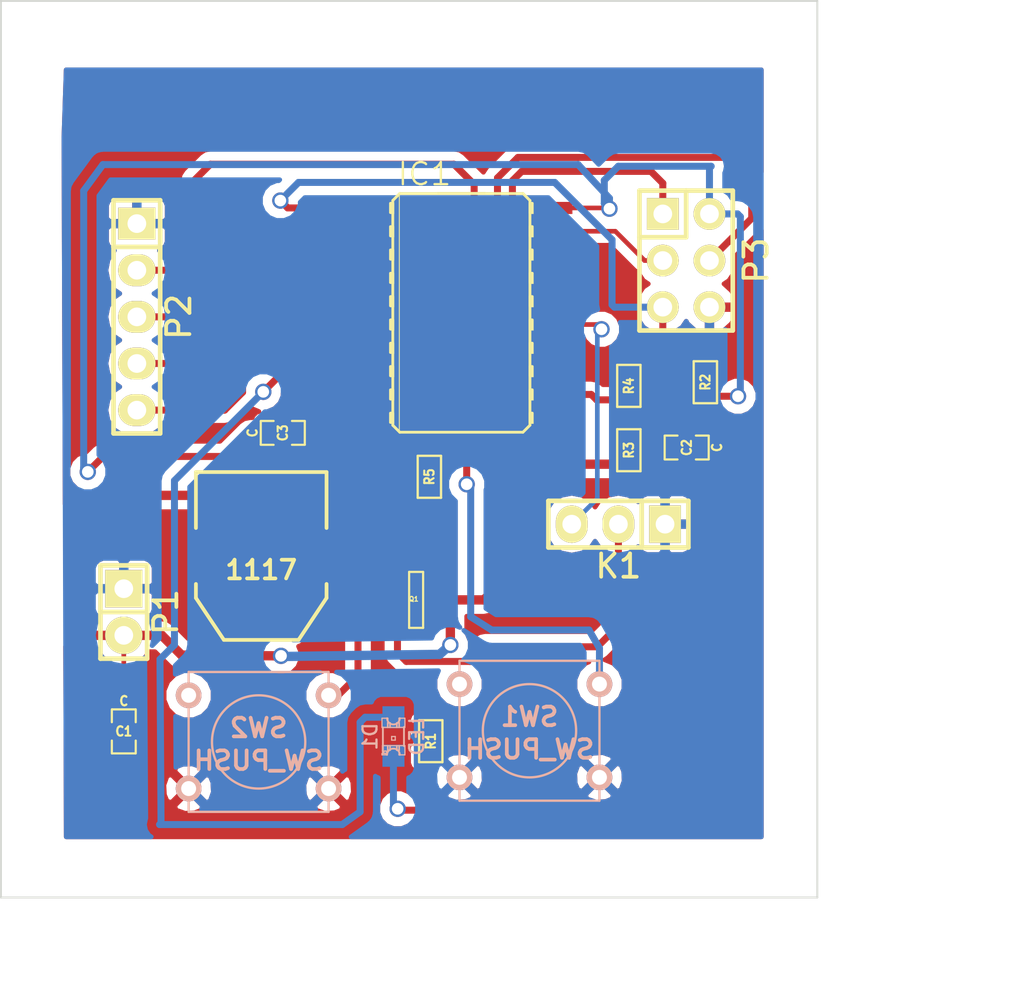
<source format=kicad_pcb>
(kicad_pcb (version 4) (host pcbnew "(2014-07-24 BZR 5026)-product")

  (general
    (links 45)
    (no_connects 2)
    (area 73.574439 30.429999 132.349155 86.46412)
    (thickness 1.6)
    (drawings 8)
    (tracks 176)
    (zones 0)
    (modules 18)
    (nets 21)
  )

  (page A4)
  (layers
    (0 F.Cu signal)
    (31 B.Cu signal)
    (32 B.Adhes user)
    (33 F.Adhes user)
    (34 B.Paste user)
    (35 F.Paste user)
    (36 B.SilkS user)
    (37 F.SilkS user)
    (38 B.Mask user)
    (39 F.Mask user)
    (40 Dwgs.User user)
    (41 Cmts.User user)
    (42 Eco1.User user)
    (43 Eco2.User user)
    (44 Edge.Cuts user)
    (45 Margin user)
    (46 B.CrtYd user)
    (47 F.CrtYd user)
    (48 B.Fab user)
    (49 F.Fab user)
  )

  (setup
    (last_trace_width 0.381)
    (trace_clearance 0.254)
    (zone_clearance 0.508)
    (zone_45_only no)
    (trace_min 0.254)
    (segment_width 0.2)
    (edge_width 0.1)
    (via_size 0.889)
    (via_drill 0.635)
    (via_min_size 0.889)
    (via_min_drill 0.508)
    (uvia_size 0.508)
    (uvia_drill 0.127)
    (uvias_allowed no)
    (uvia_min_size 0.508)
    (uvia_min_drill 0.127)
    (pcb_text_width 0.3)
    (pcb_text_size 1.5 1.5)
    (mod_edge_width 0.15)
    (mod_text_size 1 1)
    (mod_text_width 0.15)
    (pad_size 1.5 1.5)
    (pad_drill 0.6)
    (pad_to_mask_clearance 0)
    (aux_axis_origin 76.03744 76.65212)
    (grid_origin 77.05344 76.14412)
    (visible_elements 7FFFEFFF)
    (pcbplotparams
      (layerselection 0x00000_80000000)
      (usegerberextensions true)
      (excludeedgelayer true)
      (linewidth 0.100000)
      (plotframeref false)
      (viasonmask false)
      (mode 1)
      (useauxorigin true)
      (hpglpennumber 1)
      (hpglpenspeed 20)
      (hpglpendiameter 15)
      (hpglpenoverlay 2)
      (psnegative false)
      (psa4output false)
      (plotreference false)
      (plotvalue false)
      (plotinvisibletext false)
      (padsonsilk false)
      (subtractmaskfromsilk false)
      (outputformat 1)
      (mirror false)
      (drillshape 0)
      (scaleselection 1)
      (outputdirectory ""))
  )

  (net 0 "")
  (net 1 +BATT)
  (net 2 GND)
  (net 3 "Net-(C2-Pad1)")
  (net 4 "Net-(D1-Pad1)")
  (net 5 "Net-(D1-Pad2)")
  (net 6 "Net-(IC1-Pad1)")
  (net 7 "Net-(IC1-Pad2)")
  (net 8 "Net-(IC1-Pad3)")
  (net 9 "Net-(IC1-Pad6)")
  (net 10 "Net-(IC1-Pad8)")
  (net 11 "Net-(IC1-Pad13)")
  (net 12 "Net-(IC1-Pad15)")
  (net 13 "Net-(IC1-Pad17)")
  (net 14 "Net-(IC1-Pad18)")
  (net 15 "Net-(IC1-Pad19)")
  (net 16 "Net-(IC1-Pad9)")
  (net 17 "Net-(IC1-Pad12)")
  (net 18 "Net-(IC1-Pad11)")
  (net 19 "Net-(K1-Pad2)")
  (net 20 "Net-(Q1-PadG)")

  (net_class Default "This is the default net class."
    (clearance 0.254)
    (trace_width 0.381)
    (via_dia 0.889)
    (via_drill 0.635)
    (uvia_dia 0.508)
    (uvia_drill 0.127)
    (add_net GND)
    (add_net "Net-(C2-Pad1)")
    (add_net "Net-(D1-Pad1)")
    (add_net "Net-(D1-Pad2)")
    (add_net "Net-(IC1-Pad1)")
    (add_net "Net-(IC1-Pad11)")
    (add_net "Net-(IC1-Pad12)")
    (add_net "Net-(IC1-Pad13)")
    (add_net "Net-(IC1-Pad15)")
    (add_net "Net-(IC1-Pad17)")
    (add_net "Net-(IC1-Pad18)")
    (add_net "Net-(IC1-Pad19)")
    (add_net "Net-(IC1-Pad2)")
    (add_net "Net-(IC1-Pad3)")
    (add_net "Net-(IC1-Pad6)")
    (add_net "Net-(IC1-Pad8)")
    (add_net "Net-(IC1-Pad9)")
    (add_net "Net-(K1-Pad2)")
    (add_net "Net-(Q1-PadG)")
  )

  (net_class Power ""
    (clearance 0.254)
    (trace_width 0.508)
    (via_dia 0.889)
    (via_drill 0.635)
    (uvia_dia 0.508)
    (uvia_drill 0.127)
    (add_net +BATT)
  )

  (module SMD_Packages:SM0603_Capa placed (layer F.Cu) (tedit 53D40596) (tstamp 53D3EC16)
    (at 80.3148 70.27164 270)
    (path /53D274C9)
    (attr smd)
    (fp_text reference C1 (at 0 0 360) (layer F.SilkS)
      (effects (font (size 0.508 0.4572) (thickness 0.1143)))
    )
    (fp_text value C (at -1.651 0 360) (layer F.SilkS)
      (effects (font (size 0.508 0.4572) (thickness 0.1143)))
    )
    (fp_line (start 0.50038 0.65024) (end 1.19888 0.65024) (layer F.SilkS) (width 0.11938))
    (fp_line (start -0.50038 0.65024) (end -1.19888 0.65024) (layer F.SilkS) (width 0.11938))
    (fp_line (start 0.50038 -0.65024) (end 1.19888 -0.65024) (layer F.SilkS) (width 0.11938))
    (fp_line (start -1.19888 -0.65024) (end -0.50038 -0.65024) (layer F.SilkS) (width 0.11938))
    (fp_line (start 1.19888 -0.635) (end 1.19888 0.635) (layer F.SilkS) (width 0.11938))
    (fp_line (start -1.19888 0.635) (end -1.19888 -0.635) (layer F.SilkS) (width 0.11938))
    (pad 1 smd rect (at -0.762 0 270) (size 0.635 1.143) (layers F.Cu F.Paste F.Mask)
      (net 1 +BATT))
    (pad 2 smd rect (at 0.762 0 270) (size 0.635 1.143) (layers F.Cu F.Paste F.Mask)
      (net 2 GND))
    (model smd\capacitors\C0603.wrl
      (at (xyz 0 0 0.001))
      (scale (xyz 0.5 0.5 0.5))
      (rotate (xyz 0 0 0))
    )
  )

  (module SMD_Packages:SM0603_Capa placed (layer F.Cu) (tedit 53D3EB10) (tstamp 53D3EC22)
    (at 110.96244 54.80812 180)
    (path /53D274FE)
    (attr smd)
    (fp_text reference C2 (at 0 0 270) (layer F.SilkS)
      (effects (font (size 0.508 0.4572) (thickness 0.1143)))
    )
    (fp_text value C (at -1.651 0 270) (layer F.SilkS)
      (effects (font (size 0.508 0.4572) (thickness 0.1143)))
    )
    (fp_line (start 0.50038 0.65024) (end 1.19888 0.65024) (layer F.SilkS) (width 0.11938))
    (fp_line (start -0.50038 0.65024) (end -1.19888 0.65024) (layer F.SilkS) (width 0.11938))
    (fp_line (start 0.50038 -0.65024) (end 1.19888 -0.65024) (layer F.SilkS) (width 0.11938))
    (fp_line (start -1.19888 -0.65024) (end -0.50038 -0.65024) (layer F.SilkS) (width 0.11938))
    (fp_line (start 1.19888 -0.635) (end 1.19888 0.635) (layer F.SilkS) (width 0.11938))
    (fp_line (start -1.19888 0.635) (end -1.19888 -0.635) (layer F.SilkS) (width 0.11938))
    (pad 1 smd rect (at -0.762 0 180) (size 0.635 1.143) (layers F.Cu F.Paste F.Mask)
      (net 3 "Net-(C2-Pad1)"))
    (pad 2 smd rect (at 0.762 0 180) (size 0.635 1.143) (layers F.Cu F.Paste F.Mask)
      (net 2 GND))
    (model smd\capacitors\C0603.wrl
      (at (xyz 0 0 0.001))
      (scale (xyz 0.5 0.5 0.5))
      (rotate (xyz 0 0 0))
    )
  )

  (module SMD_Packages:SM0603_Capa placed (layer F.Cu) (tedit 53D3EB10) (tstamp 53D3EC2E)
    (at 88.97112 54.01056)
    (path /53D27563)
    (attr smd)
    (fp_text reference C3 (at 0 0 90) (layer F.SilkS)
      (effects (font (size 0.508 0.4572) (thickness 0.1143)))
    )
    (fp_text value C (at -1.651 0 90) (layer F.SilkS)
      (effects (font (size 0.508 0.4572) (thickness 0.1143)))
    )
    (fp_line (start 0.50038 0.65024) (end 1.19888 0.65024) (layer F.SilkS) (width 0.11938))
    (fp_line (start -0.50038 0.65024) (end -1.19888 0.65024) (layer F.SilkS) (width 0.11938))
    (fp_line (start 0.50038 -0.65024) (end 1.19888 -0.65024) (layer F.SilkS) (width 0.11938))
    (fp_line (start -1.19888 -0.65024) (end -0.50038 -0.65024) (layer F.SilkS) (width 0.11938))
    (fp_line (start 1.19888 -0.635) (end 1.19888 0.635) (layer F.SilkS) (width 0.11938))
    (fp_line (start -1.19888 0.635) (end -1.19888 -0.635) (layer F.SilkS) (width 0.11938))
    (pad 1 smd rect (at -0.762 0) (size 0.635 1.143) (layers F.Cu F.Paste F.Mask)
      (net 3 "Net-(C2-Pad1)"))
    (pad 2 smd rect (at 0.762 0) (size 0.635 1.143) (layers F.Cu F.Paste F.Mask)
      (net 2 GND))
    (model smd\capacitors\C0603.wrl
      (at (xyz 0 0 0.001))
      (scale (xyz 0.5 0.5 0.5))
      (rotate (xyz 0 0 0))
    )
  )

  (module LEDs:LED-0805 (layer B.Cu) (tedit 53D3EB10) (tstamp 53D3EC69)
    (at 94.996 70.55104 270)
    (descr "LED 0805 smd package")
    (tags "LED 0805 SMD")
    (path /53D27765)
    (attr smd)
    (fp_text reference D1 (at 0 1.27 270) (layer B.SilkS)
      (effects (font (size 0.762 0.762) (thickness 0.127)) (justify mirror))
    )
    (fp_text value LED (at 0 -1.27 270) (layer B.SilkS)
      (effects (font (size 0.762 0.762) (thickness 0.127)) (justify mirror))
    )
    (fp_line (start 0.49784 -0.29972) (end 0.49784 -0.62484) (layer B.SilkS) (width 0.06604))
    (fp_line (start 0.49784 -0.62484) (end 0.99822 -0.62484) (layer B.SilkS) (width 0.06604))
    (fp_line (start 0.99822 -0.29972) (end 0.99822 -0.62484) (layer B.SilkS) (width 0.06604))
    (fp_line (start 0.49784 -0.29972) (end 0.99822 -0.29972) (layer B.SilkS) (width 0.06604))
    (fp_line (start 0.49784 0.32258) (end 0.49784 0.17272) (layer B.SilkS) (width 0.06604))
    (fp_line (start 0.49784 0.17272) (end 0.7493 0.17272) (layer B.SilkS) (width 0.06604))
    (fp_line (start 0.7493 0.32258) (end 0.7493 0.17272) (layer B.SilkS) (width 0.06604))
    (fp_line (start 0.49784 0.32258) (end 0.7493 0.32258) (layer B.SilkS) (width 0.06604))
    (fp_line (start 0.49784 -0.17272) (end 0.49784 -0.32258) (layer B.SilkS) (width 0.06604))
    (fp_line (start 0.49784 -0.32258) (end 0.7493 -0.32258) (layer B.SilkS) (width 0.06604))
    (fp_line (start 0.7493 -0.17272) (end 0.7493 -0.32258) (layer B.SilkS) (width 0.06604))
    (fp_line (start 0.49784 -0.17272) (end 0.7493 -0.17272) (layer B.SilkS) (width 0.06604))
    (fp_line (start 0.49784 0.19812) (end 0.49784 -0.19812) (layer B.SilkS) (width 0.06604))
    (fp_line (start 0.49784 -0.19812) (end 0.6731 -0.19812) (layer B.SilkS) (width 0.06604))
    (fp_line (start 0.6731 0.19812) (end 0.6731 -0.19812) (layer B.SilkS) (width 0.06604))
    (fp_line (start 0.49784 0.19812) (end 0.6731 0.19812) (layer B.SilkS) (width 0.06604))
    (fp_line (start -0.99822 -0.29972) (end -0.99822 -0.62484) (layer B.SilkS) (width 0.06604))
    (fp_line (start -0.99822 -0.62484) (end -0.49784 -0.62484) (layer B.SilkS) (width 0.06604))
    (fp_line (start -0.49784 -0.29972) (end -0.49784 -0.62484) (layer B.SilkS) (width 0.06604))
    (fp_line (start -0.99822 -0.29972) (end -0.49784 -0.29972) (layer B.SilkS) (width 0.06604))
    (fp_line (start -0.99822 0.62484) (end -0.99822 0.29972) (layer B.SilkS) (width 0.06604))
    (fp_line (start -0.99822 0.29972) (end -0.49784 0.29972) (layer B.SilkS) (width 0.06604))
    (fp_line (start -0.49784 0.62484) (end -0.49784 0.29972) (layer B.SilkS) (width 0.06604))
    (fp_line (start -0.99822 0.62484) (end -0.49784 0.62484) (layer B.SilkS) (width 0.06604))
    (fp_line (start -0.7493 -0.17272) (end -0.7493 -0.32258) (layer B.SilkS) (width 0.06604))
    (fp_line (start -0.7493 -0.32258) (end -0.49784 -0.32258) (layer B.SilkS) (width 0.06604))
    (fp_line (start -0.49784 -0.17272) (end -0.49784 -0.32258) (layer B.SilkS) (width 0.06604))
    (fp_line (start -0.7493 -0.17272) (end -0.49784 -0.17272) (layer B.SilkS) (width 0.06604))
    (fp_line (start -0.7493 0.32258) (end -0.7493 0.17272) (layer B.SilkS) (width 0.06604))
    (fp_line (start -0.7493 0.17272) (end -0.49784 0.17272) (layer B.SilkS) (width 0.06604))
    (fp_line (start -0.49784 0.32258) (end -0.49784 0.17272) (layer B.SilkS) (width 0.06604))
    (fp_line (start -0.7493 0.32258) (end -0.49784 0.32258) (layer B.SilkS) (width 0.06604))
    (fp_line (start -0.6731 0.19812) (end -0.6731 -0.19812) (layer B.SilkS) (width 0.06604))
    (fp_line (start -0.6731 -0.19812) (end -0.49784 -0.19812) (layer B.SilkS) (width 0.06604))
    (fp_line (start -0.49784 0.19812) (end -0.49784 -0.19812) (layer B.SilkS) (width 0.06604))
    (fp_line (start -0.6731 0.19812) (end -0.49784 0.19812) (layer B.SilkS) (width 0.06604))
    (fp_line (start 0 0.09906) (end 0 -0.09906) (layer B.SilkS) (width 0.06604))
    (fp_line (start 0 -0.09906) (end 0.19812 -0.09906) (layer B.SilkS) (width 0.06604))
    (fp_line (start 0.19812 0.09906) (end 0.19812 -0.09906) (layer B.SilkS) (width 0.06604))
    (fp_line (start 0 0.09906) (end 0.19812 0.09906) (layer B.SilkS) (width 0.06604))
    (fp_line (start 0.49784 0.59944) (end 0.49784 0.29972) (layer B.SilkS) (width 0.06604))
    (fp_line (start 0.49784 0.29972) (end 0.79756 0.29972) (layer B.SilkS) (width 0.06604))
    (fp_line (start 0.79756 0.59944) (end 0.79756 0.29972) (layer B.SilkS) (width 0.06604))
    (fp_line (start 0.49784 0.59944) (end 0.79756 0.59944) (layer B.SilkS) (width 0.06604))
    (fp_line (start 0.92456 0.62484) (end 0.92456 0.39878) (layer B.SilkS) (width 0.06604))
    (fp_line (start 0.92456 0.39878) (end 0.99822 0.39878) (layer B.SilkS) (width 0.06604))
    (fp_line (start 0.99822 0.62484) (end 0.99822 0.39878) (layer B.SilkS) (width 0.06604))
    (fp_line (start 0.92456 0.62484) (end 0.99822 0.62484) (layer B.SilkS) (width 0.06604))
    (fp_line (start 0.52324 -0.57404) (end -0.52324 -0.57404) (layer B.SilkS) (width 0.1016))
    (fp_line (start -0.49784 0.57404) (end 0.92456 0.57404) (layer B.SilkS) (width 0.1016))
    (fp_circle (center 0.84836 0.44958) (end 0.89916 0.50038) (layer B.SilkS) (width 0.0508))
    (fp_arc (start 0.99822 0) (end 0.99822 -0.34798) (angle -180) (layer B.SilkS) (width 0.1016))
    (fp_arc (start -0.99822 0) (end -0.99822 0.34798) (angle -180) (layer B.SilkS) (width 0.1016))
    (pad 1 smd rect (at -1.04902 0 270) (size 1.19888 1.19888) (layers B.Cu B.Paste B.Mask)
      (net 4 "Net-(D1-Pad1)"))
    (pad 2 smd rect (at 1.04902 0 270) (size 1.19888 1.19888) (layers B.Cu B.Paste B.Mask)
      (net 5 "Net-(D1-Pad2)"))
  )

  (module Adafruit:SO20W (layer F.Cu) (tedit 53D43157) (tstamp 53D3ECB5)
    (at 98.69424 47.4726 270)
    (descr "<b>Wide Small Outline package</b> 300 mil")
    (path /53D2739B)
    (fp_text reference IC1 (at -6.858 3.556 360) (layer F.SilkS)
      (effects (font (size 1.2065 1.2065) (thickness 0.127)) (justify left bottom))
    )
    (fp_text value ATTINY2313-S (at -3.81 1.778 270) (layer F.SilkS) hide
      (effects (font (size 1.2065 1.2065) (thickness 0.127)) (justify left bottom))
    )
    (fp_line (start 6.1214 -3.7338) (end -6.1214 -3.7338) (layer F.SilkS) (width 0.1524))
    (fp_line (start 6.1214 3.7338) (end 6.5024 3.3528) (layer F.SilkS) (width 0.1524))
    (fp_line (start -6.5024 -3.3528) (end -6.1214 -3.7338) (layer F.SilkS) (width 0.1524))
    (fp_line (start 6.1214 -3.7338) (end 6.5024 -3.3528) (layer F.SilkS) (width 0.1524))
    (fp_line (start -6.5024 3.3528) (end -6.1214 3.7338) (layer F.SilkS) (width 0.1524))
    (fp_line (start -6.1214 3.7338) (end 6.1214 3.7338) (layer F.SilkS) (width 0.1524))
    (fp_line (start 6.5024 3.3528) (end 6.5024 -3.3528) (layer F.SilkS) (width 0.1524))
    (fp_line (start -6.5024 -3.3528) (end -6.5024 -1.27) (layer F.SilkS) (width 0.1524))
    (fp_line (start -6.5024 -1.27) (end -6.5024 1.27) (layer F.SilkS) (width 0.1524))
    (fp_line (start -6.5024 1.27) (end -6.5024 3.3528) (layer F.SilkS) (width 0.1524))
    (fp_line (start -6.477 3.3782) (end 6.477 3.3782) (layer F.SilkS) (width 0.0508))
    (fp_line (start -6.5024 -1.27) (end -6.5024 1.27) (layer F.SilkS) (width 0.1524))
    (fp_poly (pts (xy -5.969 3.8608) (xy -5.461 3.8608) (xy -5.461 3.7338) (xy -5.969 3.7338)) (layer F.SilkS) (width 0.15))
    (fp_poly (pts (xy -5.969 5.334) (xy -5.461 5.334) (xy -5.461 3.8608) (xy -5.969 3.8608)) (layer Dwgs.User) (width 0.15))
    (fp_poly (pts (xy -4.699 3.8608) (xy -4.191 3.8608) (xy -4.191 3.7338) (xy -4.699 3.7338)) (layer F.SilkS) (width 0.15))
    (fp_poly (pts (xy -4.699 5.334) (xy -4.191 5.334) (xy -4.191 3.8608) (xy -4.699 3.8608)) (layer Dwgs.User) (width 0.15))
    (fp_poly (pts (xy -3.429 3.8608) (xy -2.921 3.8608) (xy -2.921 3.7338) (xy -3.429 3.7338)) (layer F.SilkS) (width 0.15))
    (fp_poly (pts (xy -3.429 5.334) (xy -2.921 5.334) (xy -2.921 3.8608) (xy -3.429 3.8608)) (layer Dwgs.User) (width 0.15))
    (fp_poly (pts (xy -2.159 3.8608) (xy -1.651 3.8608) (xy -1.651 3.7338) (xy -2.159 3.7338)) (layer F.SilkS) (width 0.15))
    (fp_poly (pts (xy -2.159 5.334) (xy -1.651 5.334) (xy -1.651 3.8608) (xy -2.159 3.8608)) (layer Dwgs.User) (width 0.15))
    (fp_poly (pts (xy -0.889 5.334) (xy -0.381 5.334) (xy -0.381 3.8608) (xy -0.889 3.8608)) (layer Dwgs.User) (width 0.15))
    (fp_poly (pts (xy -0.889 3.8608) (xy -0.381 3.8608) (xy -0.381 3.7338) (xy -0.889 3.7338)) (layer F.SilkS) (width 0.15))
    (fp_poly (pts (xy 0.381 3.8608) (xy 0.889 3.8608) (xy 0.889 3.7338) (xy 0.381 3.7338)) (layer F.SilkS) (width 0.15))
    (fp_poly (pts (xy 0.381 5.334) (xy 0.889 5.334) (xy 0.889 3.8608) (xy 0.381 3.8608)) (layer Dwgs.User) (width 0.15))
    (fp_poly (pts (xy 1.651 3.8608) (xy 2.159 3.8608) (xy 2.159 3.7338) (xy 1.651 3.7338)) (layer F.SilkS) (width 0.15))
    (fp_poly (pts (xy 1.651 5.334) (xy 2.159 5.334) (xy 2.159 3.8608) (xy 1.651 3.8608)) (layer Dwgs.User) (width 0.15))
    (fp_poly (pts (xy 2.921 3.8608) (xy 3.429 3.8608) (xy 3.429 3.7338) (xy 2.921 3.7338)) (layer F.SilkS) (width 0.15))
    (fp_poly (pts (xy 2.921 5.334) (xy 3.429 5.334) (xy 3.429 3.8608) (xy 2.921 3.8608)) (layer Dwgs.User) (width 0.15))
    (fp_poly (pts (xy -5.969 -3.8608) (xy -5.461 -3.8608) (xy -5.461 -5.334) (xy -5.969 -5.334)) (layer Dwgs.User) (width 0.15))
    (fp_poly (pts (xy -5.969 -3.7338) (xy -5.461 -3.7338) (xy -5.461 -3.8608) (xy -5.969 -3.8608)) (layer F.SilkS) (width 0.15))
    (fp_poly (pts (xy -4.699 -3.7338) (xy -4.191 -3.7338) (xy -4.191 -3.8608) (xy -4.699 -3.8608)) (layer F.SilkS) (width 0.15))
    (fp_poly (pts (xy -4.699 -3.8608) (xy -4.191 -3.8608) (xy -4.191 -5.334) (xy -4.699 -5.334)) (layer Dwgs.User) (width 0.15))
    (fp_poly (pts (xy -3.429 -3.7338) (xy -2.921 -3.7338) (xy -2.921 -3.8608) (xy -3.429 -3.8608)) (layer F.SilkS) (width 0.15))
    (fp_poly (pts (xy -3.429 -3.8608) (xy -2.921 -3.8608) (xy -2.921 -5.334) (xy -3.429 -5.334)) (layer Dwgs.User) (width 0.15))
    (fp_poly (pts (xy -2.159 -3.7338) (xy -1.651 -3.7338) (xy -1.651 -3.8608) (xy -2.159 -3.8608)) (layer F.SilkS) (width 0.15))
    (fp_poly (pts (xy -2.159 -3.8608) (xy -1.651 -3.8608) (xy -1.651 -5.334) (xy -2.159 -5.334)) (layer Dwgs.User) (width 0.15))
    (fp_poly (pts (xy -0.889 -3.7338) (xy -0.381 -3.7338) (xy -0.381 -3.8608) (xy -0.889 -3.8608)) (layer F.SilkS) (width 0.15))
    (fp_poly (pts (xy -0.889 -3.8608) (xy -0.381 -3.8608) (xy -0.381 -5.334) (xy -0.889 -5.334)) (layer Dwgs.User) (width 0.15))
    (fp_poly (pts (xy 0.381 -3.7338) (xy 0.889 -3.7338) (xy 0.889 -3.8608) (xy 0.381 -3.8608)) (layer F.SilkS) (width 0.15))
    (fp_poly (pts (xy 0.381 -3.8608) (xy 0.889 -3.8608) (xy 0.889 -5.334) (xy 0.381 -5.334)) (layer Dwgs.User) (width 0.15))
    (fp_poly (pts (xy 1.651 -3.7338) (xy 2.159 -3.7338) (xy 2.159 -3.8608) (xy 1.651 -3.8608)) (layer F.SilkS) (width 0.15))
    (fp_poly (pts (xy 1.651 -3.8608) (xy 2.159 -3.8608) (xy 2.159 -5.334) (xy 1.651 -5.334)) (layer Dwgs.User) (width 0.15))
    (fp_poly (pts (xy 2.921 -3.7338) (xy 3.429 -3.7338) (xy 3.429 -3.8608) (xy 2.921 -3.8608)) (layer F.SilkS) (width 0.15))
    (fp_poly (pts (xy 2.921 -3.8608) (xy 3.429 -3.8608) (xy 3.429 -5.334) (xy 2.921 -5.334)) (layer Dwgs.User) (width 0.15))
    (fp_poly (pts (xy 4.191 -3.7338) (xy 4.699 -3.7338) (xy 4.699 -3.8608) (xy 4.191 -3.8608)) (layer F.SilkS) (width 0.15))
    (fp_poly (pts (xy 5.461 -3.7338) (xy 5.969 -3.7338) (xy 5.969 -3.8608) (xy 5.461 -3.8608)) (layer F.SilkS) (width 0.15))
    (fp_poly (pts (xy 4.191 -3.8608) (xy 4.699 -3.8608) (xy 4.699 -5.334) (xy 4.191 -5.334)) (layer Dwgs.User) (width 0.15))
    (fp_poly (pts (xy 5.461 -3.8608) (xy 5.969 -3.8608) (xy 5.969 -5.334) (xy 5.461 -5.334)) (layer Dwgs.User) (width 0.15))
    (fp_poly (pts (xy 4.191 3.8608) (xy 4.699 3.8608) (xy 4.699 3.7338) (xy 4.191 3.7338)) (layer F.SilkS) (width 0.15))
    (fp_poly (pts (xy 5.461 3.8608) (xy 5.969 3.8608) (xy 5.969 3.7338) (xy 5.461 3.7338)) (layer F.SilkS) (width 0.15))
    (fp_poly (pts (xy 4.191 5.334) (xy 4.699 5.334) (xy 4.699 3.8608) (xy 4.191 3.8608)) (layer Dwgs.User) (width 0.15))
    (fp_poly (pts (xy 5.461 5.334) (xy 5.969 5.334) (xy 5.969 3.8608) (xy 5.461 3.8608)) (layer Dwgs.User) (width 0.15))
    (pad 1 smd rect (at -5.715 5.0292 270) (size 0.6604 2.032) (layers F.Cu F.Paste F.Mask)
      (net 6 "Net-(IC1-Pad1)"))
    (pad 2 smd rect (at -4.445 5.0292 270) (size 0.6604 2.032) (layers F.Cu F.Paste F.Mask)
      (net 7 "Net-(IC1-Pad2)"))
    (pad 3 smd rect (at -3.175 5.0292 270) (size 0.6604 2.032) (layers F.Cu F.Paste F.Mask)
      (net 8 "Net-(IC1-Pad3)"))
    (pad 4 smd rect (at -1.905 5.0292 270) (size 0.6604 2.032) (layers F.Cu F.Paste F.Mask))
    (pad 5 smd rect (at -0.635 5.0292 270) (size 0.6604 2.032) (layers F.Cu F.Paste F.Mask))
    (pad 6 smd rect (at 0.635 5.0292 270) (size 0.6604 2.032) (layers F.Cu F.Paste F.Mask)
      (net 9 "Net-(IC1-Pad6)"))
    (pad 7 smd rect (at 1.905 5.0292 270) (size 0.6604 2.032) (layers F.Cu F.Paste F.Mask)
      (net 4 "Net-(D1-Pad1)"))
    (pad 8 smd rect (at 3.175 5.0292 270) (size 0.6604 2.032) (layers F.Cu F.Paste F.Mask)
      (net 10 "Net-(IC1-Pad8)"))
    (pad 13 smd rect (at 3.175 -5.0292 270) (size 0.6604 2.032) (layers F.Cu F.Paste F.Mask)
      (net 11 "Net-(IC1-Pad13)"))
    (pad 14 smd rect (at 1.905 -5.0292 270) (size 0.6604 2.032) (layers F.Cu F.Paste F.Mask)
      (net 11 "Net-(IC1-Pad13)"))
    (pad 15 smd rect (at 0.635 -5.0292 270) (size 0.6604 2.032) (layers F.Cu F.Paste F.Mask)
      (net 12 "Net-(IC1-Pad15)"))
    (pad 16 smd rect (at -0.635 -5.0292 270) (size 0.6604 2.032) (layers F.Cu F.Paste F.Mask))
    (pad 17 smd rect (at -1.905 -5.0292 270) (size 0.6604 2.032) (layers F.Cu F.Paste F.Mask)
      (net 13 "Net-(IC1-Pad17)"))
    (pad 18 smd rect (at -3.175 -5.0292 270) (size 0.6604 2.032) (layers F.Cu F.Paste F.Mask)
      (net 14 "Net-(IC1-Pad18)"))
    (pad 19 smd rect (at -4.445 -5.0292 270) (size 0.6604 2.032) (layers F.Cu F.Paste F.Mask)
      (net 15 "Net-(IC1-Pad19)"))
    (pad 20 smd rect (at -5.715 -5.0292 270) (size 0.6604 2.032) (layers F.Cu F.Paste F.Mask)
      (net 3 "Net-(C2-Pad1)"))
    (pad 9 smd rect (at 4.445 5.0292 270) (size 0.6604 2.032) (layers F.Cu F.Paste F.Mask)
      (net 16 "Net-(IC1-Pad9)"))
    (pad 10 smd rect (at 5.715 5.0292 270) (size 0.6604 2.032) (layers F.Cu F.Paste F.Mask)
      (net 2 GND))
    (pad 12 smd rect (at 4.445 -5.0292 270) (size 0.6604 2.032) (layers F.Cu F.Paste F.Mask)
      (net 17 "Net-(IC1-Pad12)"))
    (pad 11 smd rect (at 5.715 -5.0292 270) (size 0.6604 2.032) (layers F.Cu F.Paste F.Mask)
      (net 18 "Net-(IC1-Pad11)"))
  )

  (module Pin_Headers:Pin_Header_Straight_1x03 (layer F.Cu) (tedit 53D3EB10) (tstamp 53D3ECC3)
    (at 107.24388 58.98388 180)
    (descr "1 pin")
    (tags "CONN DEV")
    (path /53D275E9)
    (fp_text reference K1 (at 0 -2.286 180) (layer F.SilkS)
      (effects (font (size 1.27 1.27) (thickness 0.2032)))
    )
    (fp_text value CONN_3 (at 0 0 180) (layer F.SilkS) hide
      (effects (font (size 1.27 1.27) (thickness 0.2032)))
    )
    (fp_line (start -1.27 1.27) (end 3.81 1.27) (layer F.SilkS) (width 0.254))
    (fp_line (start 3.81 1.27) (end 3.81 -1.27) (layer F.SilkS) (width 0.254))
    (fp_line (start 3.81 -1.27) (end -1.27 -1.27) (layer F.SilkS) (width 0.254))
    (fp_line (start -3.81 -1.27) (end -1.27 -1.27) (layer F.SilkS) (width 0.254))
    (fp_line (start -1.27 -1.27) (end -1.27 1.27) (layer F.SilkS) (width 0.254))
    (fp_line (start -3.81 -1.27) (end -3.81 1.27) (layer F.SilkS) (width 0.254))
    (fp_line (start -3.81 1.27) (end -1.27 1.27) (layer F.SilkS) (width 0.254))
    (pad 1 thru_hole rect (at -2.54 0 180) (size 1.7272 2.032) (drill 1.016) (layers *.Cu *.Mask F.SilkS)
      (net 2 GND))
    (pad 2 thru_hole oval (at 0 0 180) (size 1.7272 2.032) (drill 1.016) (layers *.Cu *.Mask F.SilkS)
      (net 19 "Net-(K1-Pad2)"))
    (pad 3 thru_hole oval (at 2.54 0 180) (size 1.7272 2.032) (drill 1.016) (layers *.Cu *.Mask F.SilkS)
      (net 12 "Net-(IC1-Pad15)"))
    (model Pin_Headers/Pin_Header_Straight_1x03.wrl
      (at (xyz 0 0 0))
      (scale (xyz 1 1 1))
      (rotate (xyz 0 0 0))
    )
  )

  (module Pin_Headers:Pin_Header_Straight_1x02 (layer F.Cu) (tedit 53D3EB10) (tstamp 53D3ECCF)
    (at 80.3148 63.76924 270)
    (descr "1 pin")
    (tags "CONN DEV")
    (path /53D27D1A)
    (fp_text reference P1 (at 0 -2.286 270) (layer F.SilkS)
      (effects (font (size 1.27 1.27) (thickness 0.2032)))
    )
    (fp_text value CONN_2 (at 0 0 270) (layer F.SilkS) hide
      (effects (font (size 1.27 1.27) (thickness 0.2032)))
    )
    (fp_line (start 0 -1.27) (end 0 1.27) (layer F.SilkS) (width 0.254))
    (fp_line (start -2.54 -1.27) (end -2.54 1.27) (layer F.SilkS) (width 0.254))
    (fp_line (start -2.54 1.27) (end 0 1.27) (layer F.SilkS) (width 0.254))
    (fp_line (start 0 1.27) (end 2.54 1.27) (layer F.SilkS) (width 0.254))
    (fp_line (start 2.54 1.27) (end 2.54 -1.27) (layer F.SilkS) (width 0.254))
    (fp_line (start 2.54 -1.27) (end -2.54 -1.27) (layer F.SilkS) (width 0.254))
    (pad 1 thru_hole rect (at -1.27 0 270) (size 2.032 2.032) (drill 1.016) (layers *.Cu *.Mask F.SilkS)
      (net 2 GND))
    (pad 2 thru_hole oval (at 1.27 0 270) (size 2.032 2.032) (drill 1.016) (layers *.Cu *.Mask F.SilkS)
      (net 1 +BATT))
    (model Pin_Headers/Pin_Header_Straight_1x02.wrl
      (at (xyz 0 0 0))
      (scale (xyz 1 1 1))
      (rotate (xyz 0 0 0))
    )
  )

  (module Pin_Headers:Pin_Header_Straight_1x05 (layer F.Cu) (tedit 53D3EB10) (tstamp 53D3ECDF)
    (at 81.026 47.69104 270)
    (descr "1 pin")
    (tags "CONN DEV")
    (path /53D2758E)
    (fp_text reference P2 (at 0 -2.286 270) (layer F.SilkS)
      (effects (font (size 1.27 1.27) (thickness 0.2032)))
    )
    (fp_text value CONN_5 (at 0 0 270) (layer F.SilkS) hide
      (effects (font (size 1.27 1.27) (thickness 0.2032)))
    )
    (fp_line (start -3.81 -1.27) (end 6.35 -1.27) (layer F.SilkS) (width 0.254))
    (fp_line (start 6.35 -1.27) (end 6.35 1.27) (layer F.SilkS) (width 0.254))
    (fp_line (start 6.35 1.27) (end -3.81 1.27) (layer F.SilkS) (width 0.254))
    (fp_line (start -6.35 -1.27) (end -3.81 -1.27) (layer F.SilkS) (width 0.254))
    (fp_line (start -3.81 -1.27) (end -3.81 1.27) (layer F.SilkS) (width 0.254))
    (fp_line (start -6.35 -1.27) (end -6.35 1.27) (layer F.SilkS) (width 0.254))
    (fp_line (start -6.35 1.27) (end -3.81 1.27) (layer F.SilkS) (width 0.254))
    (pad 1 thru_hole rect (at -5.08 0 270) (size 1.7272 2.032) (drill 1.016) (layers *.Cu *.Mask F.SilkS)
      (net 2 GND))
    (pad 2 thru_hole oval (at -2.54 0 270) (size 1.7272 2.032) (drill 1.016) (layers *.Cu *.Mask F.SilkS)
      (net 11 "Net-(IC1-Pad13)"))
    (pad 3 thru_hole oval (at 0 0 270) (size 1.7272 2.032) (drill 1.016) (layers *.Cu *.Mask F.SilkS)
      (net 7 "Net-(IC1-Pad2)"))
    (pad 4 thru_hole oval (at 2.54 0 270) (size 1.7272 2.032) (drill 1.016) (layers *.Cu *.Mask F.SilkS)
      (net 8 "Net-(IC1-Pad3)"))
    (pad 5 thru_hole oval (at 5.08 0 270) (size 1.7272 2.032) (drill 1.016) (layers *.Cu *.Mask F.SilkS)
      (net 9 "Net-(IC1-Pad6)"))
    (model Pin_Headers/Pin_Header_Straight_1x05.wrl
      (at (xyz 0 0 0))
      (scale (xyz 1 1 1))
      (rotate (xyz 0 0 0))
    )
  )

  (module Pin_Headers:Pin_Header_Straight_2x03 placed (layer F.Cu) (tedit 53D3EB10) (tstamp 53D3EF3C)
    (at 110.93196 44.62272 270)
    (descr "1 pin")
    (tags "CONN DEV")
    (path /53D2A7D4)
    (fp_text reference P3 (at 0 -3.81 270) (layer F.SilkS)
      (effects (font (size 1.27 1.27) (thickness 0.2032)))
    )
    (fp_text value CONN_3X2 (at 0 0 270) (layer F.SilkS) hide
      (effects (font (size 1.27 1.27) (thickness 0.2032)))
    )
    (fp_line (start -3.81 0) (end -1.27 0) (layer F.SilkS) (width 0.254))
    (fp_line (start -1.27 0) (end -1.27 2.54) (layer F.SilkS) (width 0.254))
    (fp_line (start -3.81 2.54) (end 3.81 2.54) (layer F.SilkS) (width 0.254))
    (fp_line (start 3.81 2.54) (end 3.81 -2.54) (layer F.SilkS) (width 0.254))
    (fp_line (start 3.81 -2.54) (end -1.27 -2.54) (layer F.SilkS) (width 0.254))
    (fp_line (start -3.81 2.54) (end -3.81 0) (layer F.SilkS) (width 0.254))
    (fp_line (start -3.81 -2.54) (end -3.81 0) (layer F.SilkS) (width 0.254))
    (fp_line (start -1.27 -2.54) (end -3.81 -2.54) (layer F.SilkS) (width 0.254))
    (pad 1 thru_hole rect (at -2.54 1.27 270) (size 1.7272 1.7272) (drill 1.016) (layers *.Cu *.Mask F.SilkS)
      (net 14 "Net-(IC1-Pad18)"))
    (pad 2 thru_hole oval (at -2.54 -1.27 270) (size 1.7272 1.7272) (drill 1.016) (layers *.Cu *.Mask F.SilkS)
      (net 3 "Net-(C2-Pad1)"))
    (pad 3 thru_hole oval (at 0 1.27 270) (size 1.7272 1.7272) (drill 1.016) (layers *.Cu *.Mask F.SilkS)
      (net 15 "Net-(IC1-Pad19)"))
    (pad 4 thru_hole oval (at 0 -1.27 270) (size 1.7272 1.7272) (drill 1.016) (layers *.Cu *.Mask F.SilkS)
      (net 13 "Net-(IC1-Pad17)"))
    (pad 5 thru_hole oval (at 2.54 1.27 270) (size 1.7272 1.7272) (drill 1.016) (layers *.Cu *.Mask F.SilkS)
      (net 6 "Net-(IC1-Pad1)"))
    (pad 6 thru_hole oval (at 2.54 -1.27 270) (size 1.7272 1.7272) (drill 1.016) (layers *.Cu *.Mask F.SilkS)
      (net 2 GND))
    (model Pin_Headers/Pin_Header_Straight_2x03.wrl
      (at (xyz 0 0 0))
      (scale (xyz 1 1 1))
      (rotate (xyz 0 0 0))
    )
  )

  (module SMD_Packages:SOT23GDS (layer F.Cu) (tedit 53D4313A) (tstamp 53D3ECFC)
    (at 96.23044 63.10884 90)
    (descr "Module CMS SOT23 Transistore EBC")
    (tags "CMS SOT")
    (path /53D279B5)
    (attr smd)
    (fp_text reference Q1 (at 2.96672 0.508 90) (layer F.SilkS) hide
      (effects (font (size 0.762 0.762) (thickness 0.12954)))
    )
    (fp_text value Q1 (at 0.04572 -0.127 180) (layer F.SilkS)
      (effects (font (size 0.254 0.254) (thickness 0.0635)))
    )
    (fp_line (start -1.524 -0.381) (end 1.524 -0.381) (layer F.SilkS) (width 0.11938))
    (fp_line (start 1.524 -0.381) (end 1.524 0.381) (layer F.SilkS) (width 0.11938))
    (fp_line (start 1.524 0.381) (end -1.524 0.381) (layer F.SilkS) (width 0.11938))
    (fp_line (start -1.524 0.381) (end -1.524 -0.381) (layer F.SilkS) (width 0.11938))
    (pad S smd rect (at -0.889 -1.016 90) (size 0.9144 0.9144) (layers F.Cu F.Paste F.Mask)
      (net 19 "Net-(K1-Pad2)"))
    (pad G smd rect (at 0.889 -1.016 90) (size 0.9144 0.9144) (layers F.Cu F.Paste F.Mask)
      (net 20 "Net-(Q1-PadG)"))
    (pad D smd rect (at 0 1.016 90) (size 0.9144 0.9144) (layers F.Cu F.Paste F.Mask)
      (net 1 +BATT))
    (model smd/cms_sot23.wrl
      (at (xyz 0 0 0))
      (scale (xyz 0.13 0.15 0.15))
      (rotate (xyz 0 0 0))
    )
  )

  (module SMD_Packages:SM0603 placed (layer F.Cu) (tedit 53D3EB10) (tstamp 53D3ED06)
    (at 97.028 70.80504 90)
    (path /53D27798)
    (attr smd)
    (fp_text reference R1 (at 0 0 90) (layer F.SilkS)
      (effects (font (size 0.508 0.4572) (thickness 0.1143)))
    )
    (fp_text value R (at 0 0 90) (layer F.SilkS) hide
      (effects (font (size 0.508 0.4572) (thickness 0.1143)))
    )
    (fp_line (start -1.143 -0.635) (end 1.143 -0.635) (layer F.SilkS) (width 0.127))
    (fp_line (start 1.143 -0.635) (end 1.143 0.635) (layer F.SilkS) (width 0.127))
    (fp_line (start 1.143 0.635) (end -1.143 0.635) (layer F.SilkS) (width 0.127))
    (fp_line (start -1.143 0.635) (end -1.143 -0.635) (layer F.SilkS) (width 0.127))
    (pad 1 smd rect (at -0.762 0 90) (size 0.635 1.143) (layers F.Cu F.Paste F.Mask)
      (net 5 "Net-(D1-Pad2)"))
    (pad 2 smd rect (at 0.762 0 90) (size 0.635 1.143) (layers F.Cu F.Paste F.Mask)
      (net 2 GND))
    (model smd\resistors\R0603.wrl
      (at (xyz 0 0 0.001))
      (scale (xyz 0.5 0.5 0.5))
      (rotate (xyz 0 0 0))
    )
  )

  (module SMD_Packages:SM0603 placed (layer F.Cu) (tedit 53D3EB10) (tstamp 53D3ED10)
    (at 111.97844 51.25212 90)
    (path /53D2A0CC)
    (attr smd)
    (fp_text reference R2 (at 0 0 90) (layer F.SilkS)
      (effects (font (size 0.508 0.4572) (thickness 0.1143)))
    )
    (fp_text value R (at 0 0 90) (layer F.SilkS) hide
      (effects (font (size 0.508 0.4572) (thickness 0.1143)))
    )
    (fp_line (start -1.143 -0.635) (end 1.143 -0.635) (layer F.SilkS) (width 0.127))
    (fp_line (start 1.143 -0.635) (end 1.143 0.635) (layer F.SilkS) (width 0.127))
    (fp_line (start 1.143 0.635) (end -1.143 0.635) (layer F.SilkS) (width 0.127))
    (fp_line (start -1.143 0.635) (end -1.143 -0.635) (layer F.SilkS) (width 0.127))
    (pad 1 smd rect (at -0.762 0 90) (size 0.635 1.143) (layers F.Cu F.Paste F.Mask)
      (net 3 "Net-(C2-Pad1)"))
    (pad 2 smd rect (at 0.762 0 90) (size 0.635 1.143) (layers F.Cu F.Paste F.Mask)
      (net 6 "Net-(IC1-Pad1)"))
    (model smd\resistors\R0603.wrl
      (at (xyz 0 0 0.001))
      (scale (xyz 0.5 0.5 0.5))
      (rotate (xyz 0 0 0))
    )
  )

  (module SMD_Packages:SM0603 placed (layer F.Cu) (tedit 53D3EB10) (tstamp 53D3ED1A)
    (at 107.81284 54.95544 270)
    (path /53D278BD)
    (attr smd)
    (fp_text reference R3 (at 0 0 270) (layer F.SilkS)
      (effects (font (size 0.508 0.4572) (thickness 0.1143)))
    )
    (fp_text value R (at 0 0 270) (layer F.SilkS) hide
      (effects (font (size 0.508 0.4572) (thickness 0.1143)))
    )
    (fp_line (start -1.143 -0.635) (end 1.143 -0.635) (layer F.SilkS) (width 0.127))
    (fp_line (start 1.143 -0.635) (end 1.143 0.635) (layer F.SilkS) (width 0.127))
    (fp_line (start 1.143 0.635) (end -1.143 0.635) (layer F.SilkS) (width 0.127))
    (fp_line (start -1.143 0.635) (end -1.143 -0.635) (layer F.SilkS) (width 0.127))
    (pad 1 smd rect (at -0.762 0 270) (size 0.635 1.143) (layers F.Cu F.Paste F.Mask)
      (net 17 "Net-(IC1-Pad12)"))
    (pad 2 smd rect (at 0.762 0 270) (size 0.635 1.143) (layers F.Cu F.Paste F.Mask)
      (net 1 +BATT))
    (model smd\resistors\R0603.wrl
      (at (xyz 0 0 0.001))
      (scale (xyz 0.5 0.5 0.5))
      (rotate (xyz 0 0 0))
    )
  )

  (module SMD_Packages:SM0603 placed (layer F.Cu) (tedit 53D3EB10) (tstamp 53D3F0A1)
    (at 107.81284 51.45024 270)
    (path /53D27944)
    (attr smd)
    (fp_text reference R4 (at 0 0 270) (layer F.SilkS)
      (effects (font (size 0.508 0.4572) (thickness 0.1143)))
    )
    (fp_text value R (at 0 0 270) (layer F.SilkS) hide
      (effects (font (size 0.508 0.4572) (thickness 0.1143)))
    )
    (fp_line (start -1.143 -0.635) (end 1.143 -0.635) (layer F.SilkS) (width 0.127))
    (fp_line (start 1.143 -0.635) (end 1.143 0.635) (layer F.SilkS) (width 0.127))
    (fp_line (start 1.143 0.635) (end -1.143 0.635) (layer F.SilkS) (width 0.127))
    (fp_line (start -1.143 0.635) (end -1.143 -0.635) (layer F.SilkS) (width 0.127))
    (pad 1 smd rect (at -0.762 0 270) (size 0.635 1.143) (layers F.Cu F.Paste F.Mask)
      (net 2 GND))
    (pad 2 smd rect (at 0.762 0 270) (size 0.635 1.143) (layers F.Cu F.Paste F.Mask)
      (net 17 "Net-(IC1-Pad12)"))
    (model smd\resistors\R0603.wrl
      (at (xyz 0 0 0.001))
      (scale (xyz 0.5 0.5 0.5))
      (rotate (xyz 0 0 0))
    )
  )

  (module SMD_Packages:SM0603 (layer F.Cu) (tedit 53D3EB10) (tstamp 53D3ED2E)
    (at 96.9518 56.40324 90)
    (path /53D2785A)
    (attr smd)
    (fp_text reference R5 (at 0 0 90) (layer F.SilkS)
      (effects (font (size 0.508 0.4572) (thickness 0.1143)))
    )
    (fp_text value R (at 0 0 90) (layer F.SilkS) hide
      (effects (font (size 0.508 0.4572) (thickness 0.1143)))
    )
    (fp_line (start -1.143 -0.635) (end 1.143 -0.635) (layer F.SilkS) (width 0.127))
    (fp_line (start 1.143 -0.635) (end 1.143 0.635) (layer F.SilkS) (width 0.127))
    (fp_line (start 1.143 0.635) (end -1.143 0.635) (layer F.SilkS) (width 0.127))
    (fp_line (start -1.143 0.635) (end -1.143 -0.635) (layer F.SilkS) (width 0.127))
    (pad 1 smd rect (at -0.762 0 90) (size 0.635 1.143) (layers F.Cu F.Paste F.Mask)
      (net 20 "Net-(Q1-PadG)"))
    (pad 2 smd rect (at 0.762 0 90) (size 0.635 1.143) (layers F.Cu F.Paste F.Mask)
      (net 10 "Net-(IC1-Pad8)"))
    (model smd\resistors\R0603.wrl
      (at (xyz 0 0 0.001))
      (scale (xyz 0.5 0.5 0.5))
      (rotate (xyz 0 0 0))
    )
  )

  (module SMD_Packages:SOT223 (layer F.Cu) (tedit 53D43114) (tstamp 53D3ED5A)
    (at 87.79764 60.71616 180)
    (descr "module CMS SOT223 4 pins")
    (tags "CMS SOT")
    (path /53D27400)
    (attr smd)
    (fp_text reference 1117 (at 0 -0.762 180) (layer F.SilkS)
      (effects (font (size 1.016 1.016) (thickness 0.2032)))
    )
    (fp_text value "" (at 11.43 2.032 180) (layer F.SilkS) hide
      (effects (font (size 1.016 1.016) (thickness 0.2032)))
    )
    (fp_line (start -3.556 1.524) (end -3.556 4.572) (layer F.SilkS) (width 0.2032))
    (fp_line (start -3.556 4.572) (end 3.556 4.572) (layer F.SilkS) (width 0.2032))
    (fp_line (start 3.556 4.572) (end 3.556 1.524) (layer F.SilkS) (width 0.2032))
    (fp_line (start -3.556 -1.524) (end -3.556 -2.286) (layer F.SilkS) (width 0.2032))
    (fp_line (start -3.556 -2.286) (end -2.032 -4.572) (layer F.SilkS) (width 0.2032))
    (fp_line (start -2.032 -4.572) (end 2.032 -4.572) (layer F.SilkS) (width 0.2032))
    (fp_line (start 2.032 -4.572) (end 3.556 -2.286) (layer F.SilkS) (width 0.2032))
    (fp_line (start 3.556 -2.286) (end 3.556 -1.524) (layer F.SilkS) (width 0.2032))
    (pad 4 smd rect (at 0 -3.302 180) (size 3.6576 2.032) (layers F.Cu F.Paste F.Mask))
    (pad 2 smd rect (at 0 3.302 180) (size 1.016 2.032) (layers F.Cu F.Paste F.Mask)
      (net 3 "Net-(C2-Pad1)"))
    (pad 3 smd rect (at 2.286 3.302 180) (size 1.016 2.032) (layers F.Cu F.Paste F.Mask)
      (net 1 +BATT))
    (pad 1 smd rect (at -2.286 3.302 180) (size 1.016 2.032) (layers F.Cu F.Paste F.Mask)
      (net 2 GND))
    (model smd/SOT223.wrl
      (at (xyz 0 0 0))
      (scale (xyz 0.4 0.4 0.4))
      (rotate (xyz 0 0 0))
    )
  )

  (module Discret:SW_PUSH_SMALL (layer B.Cu) (tedit 53D3EDB7) (tstamp 53D3EEDE)
    (at 102.40264 70.23608 180)
    (path /53D27697)
    (fp_text reference SW1 (at 0 0.762 180) (layer B.SilkS)
      (effects (font (size 1.016 1.016) (thickness 0.2032)) (justify mirror))
    )
    (fp_text value SW_PUSH (at 0 -1.016 180) (layer B.SilkS)
      (effects (font (size 1.016 1.016) (thickness 0.2032)) (justify mirror))
    )
    (fp_circle (center 0 0) (end 0 2.54) (layer B.SilkS) (width 0.127))
    (fp_line (start -3.81 3.81) (end 3.81 3.81) (layer B.SilkS) (width 0.127))
    (fp_line (start 3.81 3.81) (end 3.81 -3.81) (layer B.SilkS) (width 0.127))
    (fp_line (start 3.81 -3.81) (end -3.81 -3.81) (layer B.SilkS) (width 0.127))
    (fp_line (start -3.81 3.81) (end -3.81 -3.81) (layer B.SilkS) (width 0.127))
    (pad 1 thru_hole circle (at 3.81 2.54 180) (size 1.397 1.397) (drill 0.8128) (layers *.Cu *.Mask B.SilkS)
      (net 18 "Net-(IC1-Pad11)"))
    (pad 2 thru_hole circle (at 3.81 -2.54 180) (size 1.397 1.397) (drill 0.8128) (layers *.Cu *.Mask B.SilkS)
      (net 2 GND))
    (pad 1 thru_hole circle (at -3.81 2.54 180) (size 1.397 1.397) (drill 0.8128) (layers *.Cu *.Mask B.SilkS)
      (net 18 "Net-(IC1-Pad11)"))
    (pad 2 thru_hole circle (at -3.81 -2.54 180) (size 1.397 1.397) (drill 0.8128) (layers *.Cu *.Mask B.SilkS)
      (net 2 GND))
  )

  (module Discret:SW_PUSH_SMALL (layer B.Cu) (tedit 53D3EDB7) (tstamp 53D3EEEA)
    (at 87.6554 70.84568 180)
    (path /53D2771C)
    (fp_text reference SW2 (at 0 0.762 180) (layer B.SilkS)
      (effects (font (size 1.016 1.016) (thickness 0.2032)) (justify mirror))
    )
    (fp_text value SW_PUSH (at 0 -1.016 180) (layer B.SilkS)
      (effects (font (size 1.016 1.016) (thickness 0.2032)) (justify mirror))
    )
    (fp_circle (center 0 0) (end 0 2.54) (layer B.SilkS) (width 0.127))
    (fp_line (start -3.81 3.81) (end 3.81 3.81) (layer B.SilkS) (width 0.127))
    (fp_line (start 3.81 3.81) (end 3.81 -3.81) (layer B.SilkS) (width 0.127))
    (fp_line (start 3.81 -3.81) (end -3.81 -3.81) (layer B.SilkS) (width 0.127))
    (fp_line (start -3.81 3.81) (end -3.81 -3.81) (layer B.SilkS) (width 0.127))
    (pad 1 thru_hole circle (at 3.81 2.54 180) (size 1.397 1.397) (drill 0.8128) (layers *.Cu *.Mask B.SilkS)
      (net 16 "Net-(IC1-Pad9)"))
    (pad 2 thru_hole circle (at 3.81 -2.54 180) (size 1.397 1.397) (drill 0.8128) (layers *.Cu *.Mask B.SilkS)
      (net 2 GND))
    (pad 1 thru_hole circle (at -3.81 2.54 180) (size 1.397 1.397) (drill 0.8128) (layers *.Cu *.Mask B.SilkS)
      (net 16 "Net-(IC1-Pad9)"))
    (pad 2 thru_hole circle (at -3.81 -2.54 180) (size 1.397 1.397) (drill 0.8128) (layers *.Cu *.Mask B.SilkS)
      (net 2 GND))
  )

  (dimension 41.91 (width 0.3) (layer Dwgs.User)
    (gr_text "1.6500 in" (at 126.66344 55.18912 270) (layer Dwgs.User)
      (effects (font (size 1.5 1.5) (thickness 0.3)))
    )
    (feature1 (pts (xy 113.88344 76.14412) (xy 128.01344 76.14412)))
    (feature2 (pts (xy 113.88344 34.23412) (xy 128.01344 34.23412)))
    (crossbar (pts (xy 125.31344 34.23412) (xy 125.31344 76.14412)))
    (arrow1a (pts (xy 125.31344 76.14412) (xy 124.727019 75.017616)))
    (arrow1b (pts (xy 125.31344 76.14412) (xy 125.899861 75.017616)))
    (arrow2a (pts (xy 125.31344 34.23412) (xy 124.727019 35.360624)))
    (arrow2b (pts (xy 125.31344 34.23412) (xy 125.899861 35.360624)))
  )
  (dimension 38.1 (width 0.3) (layer Dwgs.User)
    (gr_text "1.5000 in" (at 96.10344 85.114119) (layer Dwgs.User)
      (effects (font (size 1.5 1.5) (thickness 0.3)))
    )
    (feature1 (pts (xy 115.15344 68.52412) (xy 115.15344 86.464119)))
    (feature2 (pts (xy 77.05344 68.52412) (xy 77.05344 86.464119)))
    (crossbar (pts (xy 77.05344 83.764119) (xy 115.15344 83.764119)))
    (arrow1a (pts (xy 115.15344 83.764119) (xy 114.026936 84.35054)))
    (arrow1b (pts (xy 115.15344 83.764119) (xy 114.026936 83.177698)))
    (arrow2a (pts (xy 77.05344 83.764119) (xy 78.179944 84.35054)))
    (arrow2b (pts (xy 77.05344 83.764119) (xy 78.179944 83.177698)))
  )
  (gr_circle (center 79.59344 73.60412) (end 79.59344 74.87412) (layer Dwgs.User) (width 0.2))
  (gr_circle (center 112.61344 73.60412) (end 112.61344 74.87412) (layer Dwgs.User) (width 0.2))
  (gr_line (start 73.62444 30.48) (end 73.62444 79.31912) (angle 90) (layer Edge.Cuts) (width 0.1))
  (gr_line (start 118.07444 30.48) (end 73.62444 30.48) (angle 90) (layer Edge.Cuts) (width 0.1))
  (gr_line (start 118.07444 79.31912) (end 118.07444 30.48) (angle 90) (layer Edge.Cuts) (width 0.1))
  (gr_line (start 73.62444 79.31912) (end 118.07444 79.31912) (angle 90) (layer Edge.Cuts) (width 0.1))

  (segment (start 97.24644 63.10884) (end 99.9236 63.10884) (width 0.508) (layer F.Cu) (net 1))
  (segment (start 99.9236 63.10884) (end 100.3046 62.72784) (width 0.508) (layer F.Cu) (net 1) (tstamp 53D4178E))
  (segment (start 100.3046 62.72784) (end 100.3046 55.71744) (width 0.508) (layer F.Cu) (net 1) (tstamp 53D41795))
  (segment (start 100.3046 55.71744) (end 107.81284 55.71744) (width 0.508) (layer F.Cu) (net 1) (tstamp 53D4179B))
  (segment (start 98.0948 65.56248) (end 98.0948 63.9572) (width 0.508) (layer F.Cu) (net 1))
  (segment (start 82.38236 65.03924) (end 83.45932 66.1162) (width 0.508) (layer F.Cu) (net 1) (tstamp 53D411E7))
  (segment (start 83.45932 66.1162) (end 88.8746 66.15684) (width 0.508) (layer F.Cu) (net 1) (tstamp 53D411EC))
  (via (at 88.8746 66.15684) (size 0.889) (layers F.Cu B.Cu) (net 1))
  (segment (start 88.8746 66.15684) (end 88.91016 66.1924) (width 0.508) (layer B.Cu) (net 1) (tstamp 53D41200))
  (segment (start 88.91016 66.1924) (end 97.50552 66.07556) (width 0.508) (layer B.Cu) (net 1) (tstamp 53D41201))
  (segment (start 97.50552 66.07556) (end 98.0948 65.56248) (width 0.508) (layer B.Cu) (net 1) (tstamp 53D41202))
  (via (at 98.0948 65.56248) (size 0.889) (layers F.Cu B.Cu) (net 1))
  (segment (start 80.3148 65.03924) (end 82.38236 65.03924) (width 0.508) (layer F.Cu) (net 1) (status 10))
  (segment (start 98.0948 63.9572) (end 97.24644 63.10884) (width 0.508) (layer F.Cu) (net 1) (tstamp 53D41209) (status 20))
  (segment (start 80.3148 65.03924) (end 80.3148 69.50964) (width 0.254) (layer F.Cu) (net 1) (status 30))
  (segment (start 85.51164 57.41416) (end 78.60792 57.41416) (width 0.508) (layer F.Cu) (net 1) (status 10))
  (segment (start 78.60792 57.41416) (end 77.978 58.04408) (width 0.508) (layer F.Cu) (net 1) (tstamp 53D40ED7))
  (segment (start 77.978 58.04408) (end 77.978 65.35928) (width 0.508) (layer F.Cu) (net 1) (tstamp 53D40ED8))
  (segment (start 77.978 65.35928) (end 78.29804 65.03924) (width 0.508) (layer F.Cu) (net 1) (tstamp 53D40ED9))
  (segment (start 78.29804 65.03924) (end 80.3148 65.03924) (width 0.508) (layer F.Cu) (net 1) (tstamp 53D40EDA) (status 20))
  (segment (start 89.73312 54.01056) (end 89.73312 54.3306) (width 0.254) (layer F.Cu) (net 2))
  (segment (start 89.73312 54.3306) (end 90.08364 54.68112) (width 0.254) (layer F.Cu) (net 2) (tstamp 53D416DF))
  (segment (start 90.08364 54.68112) (end 90.08364 57.41416) (width 0.254) (layer F.Cu) (net 2) (tstamp 53D416E0))
  (segment (start 107.7722 50.91684) (end 107.7976 50.89144) (width 0.254) (layer F.Cu) (net 2) (tstamp 53D411B0) (status 30))
  (segment (start 111.97844 52.01412) (end 111.97844 54.55412) (width 0.381) (layer F.Cu) (net 3))
  (segment (start 111.97844 54.55412) (end 111.72444 54.80812) (width 0.381) (layer F.Cu) (net 3) (tstamp 53D43B36))
  (segment (start 112.20196 42.08272) (end 113.73104 42.08272) (width 0.381) (layer B.Cu) (net 3))
  (segment (start 113.75644 52.01412) (end 111.97844 52.01412) (width 0.381) (layer F.Cu) (net 3) (tstamp 53D42FEF))
  (via (at 113.75644 52.01412) (size 0.889) (layers F.Cu B.Cu) (net 3))
  (segment (start 113.88344 51.88712) (end 113.75644 52.01412) (width 0.381) (layer B.Cu) (net 3) (tstamp 53D42FEB))
  (segment (start 113.88344 42.23512) (end 113.88344 51.88712) (width 0.381) (layer B.Cu) (net 3) (tstamp 53D42FE1))
  (segment (start 113.73104 42.08272) (end 113.88344 42.23512) (width 0.381) (layer B.Cu) (net 3) (tstamp 53D42FDF))
  (segment (start 112.68456 41.60012) (end 112.20196 42.08272) (width 0.381) (layer B.Cu) (net 3) (tstamp 53D42F30))
  (segment (start 111.59744 54.68112) (end 111.72444 54.80812) (width 0.381) (layer F.Cu) (net 3) (tstamp 53D42EC3))
  (segment (start 106.7562 41.79824) (end 106.7562 41.22928) (width 0.381) (layer B.Cu) (net 3))
  (segment (start 106.7562 41.22928) (end 105.04932 39.3954) (width 0.381) (layer B.Cu) (net 3) (tstamp 53D41752))
  (segment (start 105.04932 39.3954) (end 79.17688 39.3954) (width 0.381) (layer B.Cu) (net 3) (tstamp 53D41753))
  (segment (start 79.17688 39.3954) (end 78.1304 40.82288) (width 0.381) (layer B.Cu) (net 3) (tstamp 53D4175C))
  (segment (start 78.1304 40.82288) (end 78.1304 55.91048) (width 0.381) (layer B.Cu) (net 3) (tstamp 53D4175F))
  (segment (start 78.1304 55.91048) (end 78.35392 56.134) (width 0.381) (layer B.Cu) (net 3) (tstamp 53D41765))
  (via (at 78.35392 56.134) (size 0.889) (layers F.Cu B.Cu) (net 3))
  (segment (start 78.35392 56.134) (end 79.19212 55.2958) (width 0.381) (layer F.Cu) (net 3) (tstamp 53D41769))
  (segment (start 79.19212 55.2958) (end 85.89772 55.2958) (width 0.381) (layer F.Cu) (net 3) (tstamp 53D4176A))
  (segment (start 85.89772 55.2958) (end 87.18296 54.01056) (width 0.381) (layer F.Cu) (net 3) (tstamp 53D4176E))
  (segment (start 87.18296 54.01056) (end 88.20912 54.01056) (width 0.381) (layer F.Cu) (net 3) (tstamp 53D4176F))
  (segment (start 87.79764 57.41416) (end 87.79764 54.42204) (width 0.254) (layer F.Cu) (net 3))
  (segment (start 87.79764 54.42204) (end 88.20912 54.01056) (width 0.254) (layer F.Cu) (net 3) (tstamp 53D416D6))
  (segment (start 103.72344 41.7576) (end 106.71556 41.7576) (width 0.254) (layer F.Cu) (net 3))
  (segment (start 112.20196 39.57828) (end 112.20196 42.08272) (width 0.381) (layer B.Cu) (net 3) (tstamp 53D415E1))
  (segment (start 106.7562 41.79824) (end 106.4768 41.51884) (width 0.381) (layer B.Cu) (net 3) (tstamp 53D415DC))
  (segment (start 106.4768 41.51884) (end 106.4768 40.24884) (width 0.381) (layer B.Cu) (net 3) (tstamp 53D415DD))
  (segment (start 106.4768 40.24884) (end 107.2388 39.48684) (width 0.381) (layer B.Cu) (net 3) (tstamp 53D415DE))
  (segment (start 107.2388 39.48684) (end 112.2934 39.48684) (width 0.381) (layer B.Cu) (net 3) (tstamp 53D415DF))
  (segment (start 112.2934 39.48684) (end 112.20196 39.57828) (width 0.381) (layer B.Cu) (net 3) (tstamp 53D415E0))
  (via (at 106.7562 41.79824) (size 0.889) (layers F.Cu B.Cu) (net 3))
  (segment (start 106.71556 41.7576) (end 106.7562 41.79824) (width 0.254) (layer F.Cu) (net 3) (tstamp 53D415D7))
  (segment (start 94.996 69.50202) (end 93.45422 69.50202) (width 0.381) (layer B.Cu) (net 4) (status 10))
  (segment (start 90.31224 49.37252) (end 93.65996 49.37252) (width 0.381) (layer F.Cu) (net 4) (tstamp 53D41337) (status 20))
  (segment (start 87.9094 51.77536) (end 90.31224 49.37252) (width 0.381) (layer F.Cu) (net 4) (tstamp 53D41336))
  (via (at 87.9094 51.77536) (size 0.889) (layers F.Cu B.Cu) (net 4))
  (segment (start 83.07324 56.61152) (end 87.9094 51.77536) (width 0.381) (layer B.Cu) (net 4) (tstamp 53D4132F))
  (segment (start 83.07324 65.5574) (end 83.07324 56.61152) (width 0.381) (layer B.Cu) (net 4) (tstamp 53D41329))
  (segment (start 82.28584 66.3448) (end 83.07324 65.5574) (width 0.381) (layer B.Cu) (net 4) (tstamp 53D41327))
  (segment (start 82.34172 75.27036) (end 82.28584 66.3448) (width 0.381) (layer B.Cu) (net 4) (tstamp 53D41325))
  (segment (start 82.26552 75.34656) (end 82.34172 75.27036) (width 0.381) (layer B.Cu) (net 4) (tstamp 53D41323))
  (segment (start 92.20708 75.34656) (end 82.26552 75.34656) (width 0.381) (layer B.Cu) (net 4) (tstamp 53D41321))
  (segment (start 93.18244 74.6506) (end 92.20708 75.34656) (width 0.381) (layer B.Cu) (net 4) (tstamp 53D4131F))
  (segment (start 93.18244 69.7738) (end 93.18244 74.6506) (width 0.381) (layer B.Cu) (net 4) (tstamp 53D4131D))
  (segment (start 93.45422 69.50202) (end 93.18244 69.7738) (width 0.381) (layer B.Cu) (net 4) (tstamp 53D4131C))
  (segment (start 93.65996 49.37252) (end 93.66504 49.3776) (width 0.254) (layer F.Cu) (net 4) (tstamp 53D41338) (status 30))
  (segment (start 94.996 71.60006) (end 94.996 74.25944) (width 0.381) (layer B.Cu) (net 5))
  (segment (start 94.996 74.25944) (end 95.2246 74.48804) (width 0.381) (layer B.Cu) (net 5) (tstamp 53D41807))
  (via (at 95.2246 74.48804) (size 0.889) (layers F.Cu B.Cu) (net 5))
  (segment (start 95.2246 74.48804) (end 95.3008 74.56424) (width 0.381) (layer F.Cu) (net 5) (tstamp 53D4180B))
  (segment (start 95.3008 74.56424) (end 96.3676 74.56424) (width 0.381) (layer F.Cu) (net 5) (tstamp 53D4180C))
  (segment (start 96.3676 74.56424) (end 97.028 73.90384) (width 0.381) (layer F.Cu) (net 5) (tstamp 53D4180D))
  (segment (start 97.028 73.90384) (end 97.028 71.56704) (width 0.381) (layer F.Cu) (net 5) (tstamp 53D4180E))
  (segment (start 109.66196 47.16272) (end 109.66196 50.07864) (width 0.381) (layer F.Cu) (net 6))
  (segment (start 110.07344 50.49012) (end 111.97844 50.49012) (width 0.381) (layer F.Cu) (net 6) (tstamp 53D43009))
  (segment (start 109.66196 50.07864) (end 110.07344 50.49012) (width 0.381) (layer F.Cu) (net 6) (tstamp 53D43008))
  (segment (start 93.66504 41.7576) (end 89.24036 41.7576) (width 0.381) (layer F.Cu) (net 6))
  (segment (start 89.24036 41.7576) (end 88.83904 41.35628) (width 0.381) (layer F.Cu) (net 6) (tstamp 53D415F6))
  (via (at 88.83904 41.35628) (size 0.889) (layers F.Cu B.Cu) (net 6))
  (segment (start 88.83904 41.35628) (end 89.82964 40.36568) (width 0.381) (layer B.Cu) (net 6) (tstamp 53D415FA))
  (segment (start 89.82964 40.36568) (end 103.77424 40.36568) (width 0.381) (layer B.Cu) (net 6) (tstamp 53D415FB))
  (segment (start 103.77424 40.36568) (end 106.89844 43.48988) (width 0.381) (layer B.Cu) (net 6) (tstamp 53D41601))
  (segment (start 106.89844 43.48988) (end 106.89844 47.03064) (width 0.381) (layer B.Cu) (net 6) (tstamp 53D41603))
  (segment (start 106.89844 47.03064) (end 107.03052 47.16272) (width 0.381) (layer B.Cu) (net 6) (tstamp 53D41605))
  (segment (start 107.03052 47.16272) (end 109.66196 47.16272) (width 0.381) (layer B.Cu) (net 6) (tstamp 53D41607))
  (segment (start 81.026 47.69104) (end 84.7598 47.69104) (width 0.381) (layer F.Cu) (net 7) (status 10))
  (segment (start 86.55304 43.0276) (end 93.66504 43.0276) (width 0.381) (layer F.Cu) (net 7) (tstamp 53D40EF7) (status 20))
  (segment (start 85.1662 44.41444) (end 86.55304 43.0276) (width 0.381) (layer F.Cu) (net 7) (tstamp 53D40EF5))
  (segment (start 85.1662 47.28464) (end 85.1662 44.41444) (width 0.254) (layer F.Cu) (net 7) (tstamp 53D40EF4))
  (segment (start 84.7598 47.69104) (end 85.1662 47.28464) (width 0.254) (layer F.Cu) (net 7) (tstamp 53D40EF3))
  (segment (start 81.026 50.23104) (end 85.0138 50.23104) (width 0.381) (layer F.Cu) (net 8) (status 10))
  (segment (start 85.0138 50.23104) (end 85.8012 49.44364) (width 0.381) (layer F.Cu) (net 8) (tstamp 53D40EED))
  (segment (start 85.8012 49.44364) (end 85.8012 44.87164) (width 0.381) (layer F.Cu) (net 8) (tstamp 53D40EEE))
  (segment (start 85.8012 44.87164) (end 86.37524 44.2976) (width 0.381) (layer F.Cu) (net 8) (tstamp 53D40EEF))
  (segment (start 86.37524 44.2976) (end 93.66504 44.2976) (width 0.381) (layer F.Cu) (net 8) (tstamp 53D40EF0) (status 20))
  (segment (start 81.026 52.77104) (end 85.80628 52.77104) (width 0.381) (layer F.Cu) (net 9) (status 10))
  (segment (start 85.80628 52.77104) (end 86.78164 51.79568) (width 0.381) (layer F.Cu) (net 9) (tstamp 53D40EE1))
  (segment (start 86.78164 51.79568) (end 86.78164 49.16424) (width 0.381) (layer F.Cu) (net 9) (tstamp 53D40EE2))
  (segment (start 86.78164 49.16424) (end 87.83828 48.1076) (width 0.381) (layer F.Cu) (net 9) (tstamp 53D40EE3))
  (segment (start 87.83828 48.1076) (end 93.66504 48.1076) (width 0.381) (layer F.Cu) (net 9) (tstamp 53D40EE4) (status 20))
  (segment (start 93.66504 50.6476) (end 96.63176 50.6476) (width 0.381) (layer F.Cu) (net 10) (status 10))
  (segment (start 96.63176 50.6476) (end 97.028 51.04384) (width 0.381) (layer F.Cu) (net 10) (tstamp 53D40FAB))
  (segment (start 97.028 51.04384) (end 97.028 55.56504) (width 0.381) (layer F.Cu) (net 10) (tstamp 53D40FAC) (status 20))
  (segment (start 97.028 55.56504) (end 96.9518 55.64124) (width 0.254) (layer F.Cu) (net 10) (tstamp 53D40FAD) (status 30))
  (segment (start 103.72344 49.3776) (end 99.6442 49.3776) (width 0.254) (layer F.Cu) (net 11) (status 10))
  (segment (start 99.6442 49.3776) (end 99.3902 49.1236) (width 0.254) (layer F.Cu) (net 11) (tstamp 53D40F14))
  (segment (start 81.026 45.15104) (end 84.01304 45.15104) (width 0.381) (layer F.Cu) (net 11) (status 10))
  (segment (start 84.01304 45.15104) (end 84.1502 45.01388) (width 0.381) (layer F.Cu) (net 11) (tstamp 53D40EFD))
  (segment (start 84.1502 45.01388) (end 84.1502 40.25392) (width 0.381) (layer F.Cu) (net 11) (tstamp 53D40EFF))
  (segment (start 84.1502 40.25392) (end 85.02904 39.37508) (width 0.381) (layer F.Cu) (net 11) (tstamp 53D40F03))
  (segment (start 85.02904 39.37508) (end 98.28784 39.37508) (width 0.381) (layer F.Cu) (net 11) (tstamp 53D40F05))
  (segment (start 98.28784 39.37508) (end 99.3902 40.47744) (width 0.381) (layer F.Cu) (net 11) (tstamp 53D40F09))
  (segment (start 99.3902 40.47744) (end 99.3902 49.1236) (width 0.381) (layer F.Cu) (net 11) (tstamp 53D40F0A))
  (segment (start 99.9998 50.6476) (end 103.72344 50.6476) (width 0.254) (layer F.Cu) (net 11) (tstamp 53D40F10) (status 20))
  (segment (start 99.3902 50.038) (end 99.9998 50.6476) (width 0.254) (layer F.Cu) (net 11) (tstamp 53D40F0F))
  (segment (start 99.3902 49.1236) (end 99.3902 50.038) (width 0.254) (layer F.Cu) (net 11) (tstamp 53D40F18))
  (segment (start 103.72344 48.1076) (end 106.06532 48.1076) (width 0.254) (layer F.Cu) (net 12))
  (segment (start 106.0958 57.59196) (end 104.70388 58.98388) (width 0.254) (layer B.Cu) (net 12) (tstamp 53D41626))
  (segment (start 106.0958 48.13808) (end 106.0958 57.59196) (width 0.254) (layer B.Cu) (net 12) (tstamp 53D41623))
  (segment (start 106.3244 48.36668) (end 106.0958 48.13808) (width 0.254) (layer B.Cu) (net 12) (tstamp 53D41622))
  (via (at 106.3244 48.36668) (size 0.889) (layers F.Cu B.Cu) (net 12))
  (segment (start 106.06532 48.1076) (end 106.3244 48.36668) (width 0.254) (layer F.Cu) (net 12) (tstamp 53D4161D))
  (segment (start 103.72344 45.5676) (end 102.39756 45.5676) (width 0.381) (layer F.Cu) (net 13))
  (segment (start 102.39756 45.5676) (end 100.6602 43.83024) (width 0.381) (layer F.Cu) (net 13) (tstamp 53D415B1))
  (segment (start 100.6602 43.83024) (end 100.6602 40.12184) (width 0.381) (layer F.Cu) (net 13) (tstamp 53D415B9))
  (segment (start 100.6602 40.12184) (end 101.7778 39.00424) (width 0.381) (layer F.Cu) (net 13) (tstamp 53D415BB))
  (segment (start 101.7778 39.00424) (end 113.0554 39.00424) (width 0.381) (layer F.Cu) (net 13) (tstamp 53D415BD))
  (segment (start 113.0554 39.00424) (end 114.5032 40.45204) (width 0.381) (layer F.Cu) (net 13) (tstamp 53D415C4))
  (segment (start 114.5032 40.45204) (end 114.5032 42.32148) (width 0.381) (layer F.Cu) (net 13) (tstamp 53D415C6))
  (segment (start 114.5032 42.32148) (end 112.20196 44.62272) (width 0.381) (layer F.Cu) (net 13) (tstamp 53D415C8))
  (segment (start 109.66196 42.08272) (end 109.66196 40.4114) (width 0.381) (layer F.Cu) (net 14))
  (segment (start 109.66196 40.4114) (end 109.0168 39.76624) (width 0.381) (layer F.Cu) (net 14) (tstamp 53D415A1))
  (segment (start 109.0168 39.76624) (end 101.981 39.76624) (width 0.381) (layer F.Cu) (net 14) (tstamp 53D415A4))
  (segment (start 101.981 39.76624) (end 101.473 40.27424) (width 0.381) (layer F.Cu) (net 14) (tstamp 53D415A6))
  (segment (start 101.473 40.27424) (end 101.473 43.55084) (width 0.381) (layer F.Cu) (net 14) (tstamp 53D415A8))
  (segment (start 101.473 43.55084) (end 102.21976 44.2976) (width 0.381) (layer F.Cu) (net 14) (tstamp 53D415A9))
  (segment (start 102.21976 44.2976) (end 103.72344 44.2976) (width 0.381) (layer F.Cu) (net 14) (tstamp 53D415AA))
  (segment (start 103.72344 43.0276) (end 107.07624 43.0276) (width 0.254) (layer F.Cu) (net 15))
  (segment (start 108.67136 44.62272) (end 109.66196 44.62272) (width 0.254) (layer F.Cu) (net 15) (tstamp 53D415EA))
  (segment (start 107.07624 43.0276) (end 108.67136 44.62272) (width 0.254) (layer F.Cu) (net 15) (tstamp 53D415E9))
  (segment (start 91.4654 68.30568) (end 91.98356 68.30568) (width 0.254) (layer F.Cu) (net 16) (status 30))
  (segment (start 91.98356 68.30568) (end 93.0656 67.22364) (width 0.381) (layer F.Cu) (net 16) (tstamp 53D4111B) (status 10))
  (segment (start 95.59036 51.9176) (end 93.66504 51.9176) (width 0.381) (layer F.Cu) (net 16) (tstamp 53D4112B) (status 20))
  (segment (start 96.1136 52.44084) (end 95.59036 51.9176) (width 0.381) (layer F.Cu) (net 16) (tstamp 53D4112A))
  (segment (start 96.1136 53.66512) (end 96.1136 52.44084) (width 0.381) (layer F.Cu) (net 16) (tstamp 53D41128))
  (segment (start 93.0656 56.71312) (end 96.1136 53.66512) (width 0.381) (layer F.Cu) (net 16) (tstamp 53D41121))
  (segment (start 93.0656 67.22364) (end 93.0656 56.71312) (width 0.381) (layer F.Cu) (net 16) (tstamp 53D4111C))
  (segment (start 107.81284 52.21224) (end 107.81284 54.19344) (width 0.381) (layer F.Cu) (net 17))
  (segment (start 103.72344 51.9176) (end 105.7656 51.9176) (width 0.381) (layer F.Cu) (net 17))
  (segment (start 105.7656 51.9176) (end 106.06024 52.21224) (width 0.381) (layer F.Cu) (net 17) (tstamp 53D41634))
  (segment (start 106.06024 52.21224) (end 107.81284 52.21224) (width 0.381) (layer F.Cu) (net 17) (tstamp 53D41636))
  (segment (start 103.72344 53.1876) (end 99.58324 53.1876) (width 0.381) (layer F.Cu) (net 18) (status 10))
  (segment (start 99.58324 53.1876) (end 98.9838 53.78704) (width 0.381) (layer F.Cu) (net 18) (tstamp 53D413D7))
  (segment (start 98.9838 53.78704) (end 98.9838 56.80964) (width 0.381) (layer F.Cu) (net 18) (tstamp 53D413D8))
  (via (at 98.9838 56.80964) (size 0.889) (layers F.Cu B.Cu) (net 18))
  (segment (start 98.9838 56.80964) (end 99.20224 57.02808) (width 0.381) (layer B.Cu) (net 18) (tstamp 53D413DD))
  (segment (start 99.20224 57.02808) (end 99.20224 64.02832) (width 0.381) (layer B.Cu) (net 18) (tstamp 53D413DE))
  (segment (start 99.20224 64.02832) (end 100.34524 64.74968) (width 0.381) (layer B.Cu) (net 18) (tstamp 53D413E3))
  (segment (start 100.34524 64.74968) (end 105.64368 64.74968) (width 0.381) (layer B.Cu) (net 18) (tstamp 53D413E5))
  (segment (start 105.64368 64.74968) (end 106.21264 65.74028) (width 0.381) (layer B.Cu) (net 18) (tstamp 53D413E8))
  (segment (start 106.21264 65.74028) (end 106.21264 67.69608) (width 0.381) (layer B.Cu) (net 18) (tstamp 53D413E9) (status 20))
  (segment (start 107.24388 58.98388) (end 107.24388 64.516) (width 0.381) (layer F.Cu) (net 19))
  (segment (start 95.21444 65.97904) (end 95.21444 63.99784) (width 0.381) (layer F.Cu) (net 19) (tstamp 53D41681))
  (segment (start 95.69704 66.46164) (end 95.21444 65.97904) (width 0.381) (layer F.Cu) (net 19) (tstamp 53D4167F))
  (segment (start 99.16668 66.46164) (end 95.69704 66.46164) (width 0.381) (layer F.Cu) (net 19) (tstamp 53D41674))
  (segment (start 99.96424 65.66408) (end 99.16668 66.46164) (width 0.381) (layer F.Cu) (net 19) (tstamp 53D41671))
  (segment (start 106.0958 65.66408) (end 99.96424 65.66408) (width 0.381) (layer F.Cu) (net 19) (tstamp 53D41670))
  (segment (start 107.24388 64.516) (end 106.0958 65.66408) (width 0.381) (layer F.Cu) (net 19) (tstamp 53D4166A))
  (segment (start 96.9518 57.16524) (end 94.9452 59.17184) (width 0.381) (layer F.Cu) (net 20) (status 10))
  (segment (start 94.9452 59.17184) (end 94.9452 61.9506) (width 0.381) (layer F.Cu) (net 20) (tstamp 53D40FB2) (status 20))
  (segment (start 94.9452 61.9506) (end 95.21444 62.21984) (width 0.254) (layer F.Cu) (net 20) (tstamp 53D40FB7) (status 30))
  (segment (start 95.00616 62.01156) (end 95.21444 62.21984) (width 0.254) (layer F.Cu) (net 20) (tstamp 53D40F83) (status 30))

  (zone (net 2) (net_name GND) (layer F.Cu) (tstamp 53D41D1D) (hatch edge 0.508)
    (connect_pads (clearance 0.508))
    (min_thickness 0.254)
    (fill yes (arc_segments 16) (thermal_gap 0.508) (thermal_bridge_width 0.508))
    (polygon
      (pts
        (xy 77.05344 34.10712) (xy 115.15344 34.10712) (xy 115.15344 76.14412) (xy 77.05344 76.14412) (xy 76.92644 37.91712)
      )
    )
    (filled_polygon
      (pts
        (xy 115.02644 39.807846) (xy 113.639117 38.420523) (xy 113.371306 38.241577) (xy 113.0554 38.17874) (xy 101.7778 38.17874)
        (xy 101.461894 38.241577) (xy 101.194083 38.420523) (xy 100.076483 39.538123) (xy 99.897537 39.805934) (xy 99.895643 39.81545)
        (xy 98.871557 38.791363) (xy 98.603746 38.612417) (xy 98.28784 38.54958) (xy 85.02904 38.54958) (xy 84.713135 38.612417)
        (xy 84.445323 38.791363) (xy 84.44532 38.791366) (xy 83.566483 39.670203) (xy 83.387537 39.938014) (xy 83.3247 40.25392)
        (xy 83.3247 44.32554) (xy 82.426882 44.32554) (xy 82.270415 44.09137) (xy 82.24822 44.07654) (xy 82.401699 44.012967)
        (xy 82.580327 43.834338) (xy 82.677 43.600949) (xy 82.677 42.89679) (xy 82.677 42.32529) (xy 82.677 41.621131)
        (xy 82.580327 41.387742) (xy 82.401699 41.209113) (xy 82.16831 41.11244) (xy 81.915691 41.11244) (xy 81.31175 41.11244)
        (xy 81.153 41.27119) (xy 81.153 42.48404) (xy 82.51825 42.48404) (xy 82.677 42.32529) (xy 82.677 42.89679)
        (xy 82.51825 42.73804) (xy 81.153 42.73804) (xy 81.153 42.75804) (xy 80.899 42.75804) (xy 80.899 42.73804)
        (xy 80.899 42.48404) (xy 80.899 41.27119) (xy 80.74025 41.11244) (xy 80.136309 41.11244) (xy 79.88369 41.11244)
        (xy 79.650301 41.209113) (xy 79.471673 41.387742) (xy 79.375 41.621131) (xy 79.375 42.32529) (xy 79.53375 42.48404)
        (xy 80.899 42.48404) (xy 80.899 42.73804) (xy 79.53375 42.73804) (xy 79.375 42.89679) (xy 79.375 43.600949)
        (xy 79.471673 43.834338) (xy 79.650301 44.012967) (xy 79.803779 44.07654) (xy 79.781585 44.09137) (xy 79.456729 44.577551)
        (xy 79.342655 45.15104) (xy 79.456729 45.724529) (xy 79.781585 46.21071) (xy 80.096365 46.42104) (xy 79.781585 46.63137)
        (xy 79.456729 47.117551) (xy 79.342655 47.69104) (xy 79.456729 48.264529) (xy 79.781585 48.75071) (xy 80.096365 48.96104)
        (xy 79.781585 49.17137) (xy 79.456729 49.657551) (xy 79.342655 50.23104) (xy 79.456729 50.804529) (xy 79.781585 51.29071)
        (xy 80.096365 51.50104) (xy 79.781585 51.71137) (xy 79.456729 52.197551) (xy 79.342655 52.77104) (xy 79.456729 53.344529)
        (xy 79.781585 53.83071) (xy 80.267766 54.155566) (xy 80.841255 54.26964) (xy 81.210745 54.26964) (xy 81.784234 54.155566)
        (xy 82.270415 53.83071) (xy 82.426882 53.59654) (xy 85.80628 53.59654) (xy 86.122185 53.533703) (xy 86.122186 53.533703)
        (xy 86.389997 53.354757) (xy 87.176048 52.568704) (xy 87.297114 52.689982) (xy 87.668457 52.844178) (xy 87.531922 52.900733)
        (xy 87.353293 53.079361) (xy 87.30951 53.18506) (xy 87.182965 53.18506) (xy 87.18296 53.185059) (xy 86.867055 53.247897)
        (xy 86.599243 53.426843) (xy 85.555786 54.4703) (xy 79.192125 54.4703) (xy 79.19212 54.470299) (xy 78.876215 54.533137)
        (xy 78.608403 54.712083) (xy 78.266063 55.054422) (xy 78.140136 55.054313) (xy 77.743231 55.218311) (xy 77.439298 55.521714)
        (xy 77.274607 55.918332) (xy 77.274233 56.347784) (xy 77.438231 56.744689) (xy 77.728939 57.035904) (xy 77.349382 57.415462)
        (xy 77.156671 57.703874) (xy 77.119793 57.88927) (xy 77.053447 37.919025) (xy 77.176277 34.23412) (xy 115.02644 34.23412)
        (xy 115.02644 39.807846)
      )
    )
    (filled_polygon
      (pts
        (xy 115.02644 76.01712) (xy 111.28248 76.01712) (xy 111.28248 60.12619) (xy 111.28248 59.873571) (xy 111.28248 59.26963)
        (xy 111.28248 58.69813) (xy 111.28248 58.094189) (xy 111.28248 57.84157) (xy 111.185807 57.608181) (xy 111.007178 57.429553)
        (xy 110.773789 57.33288) (xy 110.07344 57.33288) (xy 110.07344 55.85587) (xy 110.07344 54.93512) (xy 110.07344 54.68112)
        (xy 110.07344 53.76037) (xy 109.91469 53.60162) (xy 109.756631 53.60162) (xy 109.523242 53.698293) (xy 109.344613 53.876921)
        (xy 109.24794 54.11031) (xy 109.24794 54.362929) (xy 109.24794 54.52237) (xy 109.40669 54.68112) (xy 110.07344 54.68112)
        (xy 110.07344 54.93512) (xy 109.40669 54.93512) (xy 109.24794 55.09387) (xy 109.24794 55.253311) (xy 109.24794 55.50593)
        (xy 109.344613 55.739319) (xy 109.523242 55.917947) (xy 109.756631 56.01462) (xy 109.91469 56.01462) (xy 110.07344 55.85587)
        (xy 110.07344 57.33288) (xy 110.06963 57.33288) (xy 109.91088 57.49163) (xy 109.91088 58.85688) (xy 111.12373 58.85688)
        (xy 111.28248 58.69813) (xy 111.28248 59.26963) (xy 111.12373 59.11088) (xy 109.91088 59.11088) (xy 109.91088 60.47613)
        (xy 110.06963 60.63488) (xy 110.773789 60.63488) (xy 111.007178 60.538207) (xy 111.185807 60.359579) (xy 111.28248 60.12619)
        (xy 111.28248 76.01712) (xy 107.558567 76.01712) (xy 107.558567 72.9686) (xy 107.529788 72.438881) (xy 107.38244 72.083151)
        (xy 107.146828 72.021497) (xy 106.967223 72.201102) (xy 106.967223 71.841892) (xy 106.905569 71.60628) (xy 106.40516 71.430153)
        (xy 105.875441 71.458932) (xy 105.519711 71.60628) (xy 105.458057 71.841892) (xy 106.21264 72.596475) (xy 106.967223 71.841892)
        (xy 106.967223 72.201102) (xy 106.392245 72.77608) (xy 107.146828 73.530663) (xy 107.38244 73.469009) (xy 107.558567 72.9686)
        (xy 107.558567 76.01712) (xy 106.967223 76.01712) (xy 106.967223 73.710268) (xy 106.21264 72.955685) (xy 106.033035 73.13529)
        (xy 106.033035 72.77608) (xy 105.278452 72.021497) (xy 105.04284 72.083151) (xy 104.866713 72.58356) (xy 104.895492 73.113279)
        (xy 105.04284 73.469009) (xy 105.278452 73.530663) (xy 106.033035 72.77608) (xy 106.033035 73.13529) (xy 105.458057 73.710268)
        (xy 105.519711 73.94588) (xy 106.02012 74.122007) (xy 106.549839 74.093228) (xy 106.905569 73.94588) (xy 106.967223 73.710268)
        (xy 106.967223 76.01712) (xy 99.938567 76.01712) (xy 99.938567 72.9686) (xy 99.909788 72.438881) (xy 99.76244 72.083151)
        (xy 99.526828 72.021497) (xy 98.772245 72.77608) (xy 99.526828 73.530663) (xy 99.76244 73.469009) (xy 99.938567 72.9686)
        (xy 99.938567 76.01712) (xy 99.347223 76.01712) (xy 99.347223 73.710268) (xy 98.59264 72.955685) (xy 98.578497 72.969827)
        (xy 98.398892 72.790222) (xy 98.413035 72.77608) (xy 98.398892 72.761937) (xy 98.578497 72.582332) (xy 98.59264 72.596475)
        (xy 99.347223 71.841892) (xy 99.285569 71.60628) (xy 98.78516 71.430153) (xy 98.255441 71.458932) (xy 98.2345 71.467606)
        (xy 98.2345 71.123231) (xy 98.137827 70.889842) (xy 98.053025 70.80504) (xy 98.137827 70.720238) (xy 98.2345 70.486849)
        (xy 98.2345 70.32879) (xy 98.2345 69.75729) (xy 98.2345 69.599231) (xy 98.137827 69.365842) (xy 97.959199 69.187213)
        (xy 97.72581 69.09054) (xy 97.473191 69.09054) (xy 97.31375 69.09054) (xy 97.155 69.24929) (xy 97.155 69.91604)
        (xy 98.07575 69.91604) (xy 98.2345 69.75729) (xy 98.2345 70.32879) (xy 98.07575 70.17004) (xy 97.155 70.17004)
        (xy 97.155 70.19004) (xy 96.901 70.19004) (xy 96.901 70.17004) (xy 96.901 69.91604) (xy 96.901 69.24929)
        (xy 96.74225 69.09054) (xy 96.582809 69.09054) (xy 96.33019 69.09054) (xy 96.096801 69.187213) (xy 95.918173 69.365842)
        (xy 95.8215 69.599231) (xy 95.8215 69.75729) (xy 95.98025 69.91604) (xy 96.901 69.91604) (xy 96.901 70.17004)
        (xy 95.98025 70.17004) (xy 95.8215 70.32879) (xy 95.8215 70.486849) (xy 95.918173 70.720238) (xy 96.002974 70.805039)
        (xy 95.918173 70.889841) (xy 95.8215 71.12323) (xy 95.8215 71.375849) (xy 95.8215 72.010849) (xy 95.918173 72.244238)
        (xy 96.096801 72.422867) (xy 96.2025 72.466649) (xy 96.2025 73.561906) (xy 96.025666 73.73874) (xy 96.001919 73.73874)
        (xy 95.836886 73.573418) (xy 95.440268 73.408727) (xy 95.010816 73.408353) (xy 94.613911 73.572351) (xy 94.309978 73.875754)
        (xy 94.145287 74.272372) (xy 94.144913 74.701824) (xy 94.308911 75.098729) (xy 94.612314 75.402662) (xy 95.008932 75.567353)
        (xy 95.438384 75.567727) (xy 95.835289 75.403729) (xy 95.849302 75.38974) (xy 96.3676 75.38974) (xy 96.683505 75.326903)
        (xy 96.683506 75.326903) (xy 96.951317 75.147957) (xy 97.611713 74.487559) (xy 97.611717 74.487557) (xy 97.611717 74.487556)
        (xy 97.790663 74.219745) (xy 97.8535 73.90384) (xy 97.853501 73.90384) (xy 97.8535 73.903834) (xy 97.8535 73.769283)
        (xy 97.899711 73.94588) (xy 98.40012 74.122007) (xy 98.929839 74.093228) (xy 99.285569 73.94588) (xy 99.347223 73.710268)
        (xy 99.347223 76.01712) (xy 92.811327 76.01712) (xy 92.811327 73.5782) (xy 92.782548 73.048481) (xy 92.6352 72.692751)
        (xy 92.399588 72.631097) (xy 92.219983 72.810702) (xy 92.219983 72.451492) (xy 92.158329 72.21588) (xy 91.65792 72.039753)
        (xy 91.128201 72.068532) (xy 90.772471 72.21588) (xy 90.710817 72.451492) (xy 91.4654 73.206075) (xy 92.219983 72.451492)
        (xy 92.219983 72.810702) (xy 91.645005 73.38568) (xy 92.399588 74.140263) (xy 92.6352 74.078609) (xy 92.811327 73.5782)
        (xy 92.811327 76.01712) (xy 92.219983 76.01712) (xy 92.219983 74.319868) (xy 91.4654 73.565285) (xy 91.285795 73.74489)
        (xy 91.285795 73.38568) (xy 90.531212 72.631097) (xy 90.2956 72.692751) (xy 90.119473 73.19316) (xy 90.148252 73.722879)
        (xy 90.2956 74.078609) (xy 90.531212 74.140263) (xy 91.285795 73.38568) (xy 91.285795 73.74489) (xy 90.710817 74.319868)
        (xy 90.772471 74.55548) (xy 91.27288 74.731607) (xy 91.802599 74.702828) (xy 92.158329 74.55548) (xy 92.219983 74.319868)
        (xy 92.219983 76.01712) (xy 85.191327 76.01712) (xy 85.191327 73.5782) (xy 85.162548 73.048481) (xy 85.0152 72.692751)
        (xy 84.779588 72.631097) (xy 84.599983 72.810702) (xy 84.599983 72.451492) (xy 84.538329 72.21588) (xy 84.03792 72.039753)
        (xy 83.508201 72.068532) (xy 83.152471 72.21588) (xy 83.090817 72.451492) (xy 83.8454 73.206075) (xy 84.599983 72.451492)
        (xy 84.599983 72.810702) (xy 84.025005 73.38568) (xy 84.779588 74.140263) (xy 85.0152 74.078609) (xy 85.191327 73.5782)
        (xy 85.191327 76.01712) (xy 84.599983 76.01712) (xy 84.599983 74.319868) (xy 83.8454 73.565285) (xy 83.665795 73.74489)
        (xy 83.665795 73.38568) (xy 82.911212 72.631097) (xy 82.6756 72.692751) (xy 82.499473 73.19316) (xy 82.528252 73.722879)
        (xy 82.6756 74.078609) (xy 82.911212 74.140263) (xy 83.665795 73.38568) (xy 83.665795 73.74489) (xy 83.090817 74.319868)
        (xy 83.152471 74.55548) (xy 83.65288 74.731607) (xy 84.182599 74.702828) (xy 84.538329 74.55548) (xy 84.599983 74.319868)
        (xy 84.599983 76.01712) (xy 81.5213 76.01712) (xy 81.5213 71.477449) (xy 81.5213 71.31939) (xy 81.36255 71.16064)
        (xy 80.4418 71.16064) (xy 80.4418 71.82739) (xy 80.60055 71.98614) (xy 80.759991 71.98614) (xy 81.01261 71.98614)
        (xy 81.245999 71.889467) (xy 81.424627 71.710838) (xy 81.5213 71.477449) (xy 81.5213 76.01712) (xy 80.1878 76.01712)
        (xy 80.1878 71.82739) (xy 80.1878 71.16064) (xy 79.26705 71.16064) (xy 79.1083 71.31939) (xy 79.1083 71.477449)
        (xy 79.204973 71.710838) (xy 79.383601 71.889467) (xy 79.61699 71.98614) (xy 79.869609 71.98614) (xy 80.02905 71.98614)
        (xy 80.1878 71.82739) (xy 80.1878 76.01712) (xy 77.180019 76.01712) (xy 77.145555 65.643604) (xy 77.156671 65.699486)
        (xy 77.349382 65.987898) (xy 77.637794 66.180609) (xy 77.637795 66.180609) (xy 77.978 66.24828) (xy 78.318205 66.180609)
        (xy 78.318206 66.180609) (xy 78.606618 65.987898) (xy 78.666276 65.92824) (xy 78.939711 65.92824) (xy 79.147367 66.239018)
        (xy 79.5528 66.509919) (xy 79.5528 68.583728) (xy 79.383602 68.653813) (xy 79.204973 68.832441) (xy 79.1083 69.06583)
        (xy 79.1083 69.318449) (xy 79.1083 69.953449) (xy 79.204973 70.186838) (xy 79.289774 70.27164) (xy 79.204973 70.356442)
        (xy 79.1083 70.589831) (xy 79.1083 70.74789) (xy 79.26705 70.90664) (xy 80.1878 70.90664) (xy 80.1878 70.88664)
        (xy 80.4418 70.88664) (xy 80.4418 70.90664) (xy 81.36255 70.90664) (xy 81.5213 70.74789) (xy 81.5213 70.589831)
        (xy 81.424627 70.356442) (xy 81.339825 70.27164) (xy 81.424627 70.186839) (xy 81.5213 69.95345) (xy 81.5213 69.700831)
        (xy 81.5213 69.065831) (xy 81.424627 68.832442) (xy 81.245999 68.653813) (xy 81.0768 68.583728) (xy 81.0768 66.509919)
        (xy 81.482233 66.239018) (xy 81.689888 65.92824) (xy 82.014124 65.92824) (xy 82.830702 66.744818) (xy 82.972165 66.839341)
        (xy 83.11296 66.934953) (xy 83.116288 66.935641) (xy 83.119114 66.937529) (xy 83.286001 66.970724) (xy 83.452649 67.005175)
        (xy 83.50004 67.00553) (xy 83.09102 67.174534) (xy 82.715573 67.549327) (xy 82.512132 68.039267) (xy 82.511669 68.569766)
        (xy 82.714254 69.06006) (xy 83.089047 69.435507) (xy 83.578987 69.638948) (xy 84.109486 69.639411) (xy 84.59978 69.436826)
        (xy 84.975227 69.062033) (xy 85.178668 68.572093) (xy 85.179131 68.041594) (xy 84.976546 67.5513) (xy 84.601753 67.175853)
        (xy 84.204299 67.010815) (xy 88.231947 67.041042) (xy 88.262314 67.071462) (xy 88.658932 67.236153) (xy 89.088384 67.236527)
        (xy 89.485289 67.072529) (xy 89.789222 66.769126) (xy 89.953913 66.372508) (xy 89.954287 65.943056) (xy 89.828201 65.637906)
        (xy 89.986138 65.572487) (xy 90.164767 65.393859) (xy 90.26144 65.16047) (xy 90.26144 64.907851) (xy 90.26144 62.875851)
        (xy 90.164767 62.642462) (xy 89.986139 62.463833) (xy 89.75275 62.36716) (xy 89.500131 62.36716) (xy 85.842531 62.36716)
        (xy 85.609142 62.463833) (xy 85.430513 62.642461) (xy 85.33384 62.87585) (xy 85.33384 63.128469) (xy 85.33384 65.160469)
        (xy 85.367401 65.241494) (xy 83.830315 65.229959) (xy 83.010978 64.410622) (xy 82.722566 64.217911) (xy 82.38236 64.15024)
        (xy 81.689888 64.15024) (xy 81.639428 64.074721) (xy 81.690499 64.053567) (xy 81.869127 63.874938) (xy 81.9658 63.641549)
        (xy 81.9658 62.78499) (xy 81.9658 62.21349) (xy 81.9658 61.356931) (xy 81.869127 61.123542) (xy 81.690499 60.944913)
        (xy 81.45711 60.84824) (xy 81.204491 60.84824) (xy 80.60055 60.84824) (xy 80.4418 61.00699) (xy 80.4418 62.37224)
        (xy 81.80705 62.37224) (xy 81.9658 62.21349) (xy 81.9658 62.78499) (xy 81.80705 62.62624) (xy 80.4418 62.62624)
        (xy 80.4418 62.64624) (xy 80.1878 62.64624) (xy 80.1878 62.62624) (xy 80.1678 62.62624) (xy 80.1678 62.37224)
        (xy 80.1878 62.37224) (xy 80.1878 61.00699) (xy 80.02905 60.84824) (xy 79.425109 60.84824) (xy 79.17249 60.84824)
        (xy 78.939101 60.944913) (xy 78.867 61.017014) (xy 78.867 58.412316) (xy 78.976156 58.30316) (xy 84.36864 58.30316)
        (xy 84.36864 58.556469) (xy 84.465313 58.789858) (xy 84.643941 58.968487) (xy 84.87733 59.06516) (xy 85.129949 59.06516)
        (xy 86.145949 59.06516) (xy 86.379338 58.968487) (xy 86.557967 58.789859) (xy 86.65464 58.55647) (xy 86.751313 58.789858)
        (xy 86.929941 58.968487) (xy 87.16333 59.06516) (xy 87.415949 59.06516) (xy 88.431949 59.06516) (xy 88.665338 58.968487)
        (xy 88.843967 58.789859) (xy 88.94064 58.55647) (xy 89.037313 58.789859) (xy 89.215942 58.968487) (xy 89.449331 59.06516)
        (xy 89.79789 59.06516) (xy 89.95664 58.90641) (xy 89.95664 57.54116) (xy 89.09939 57.54116) (xy 88.94064 57.69991)
        (xy 88.94064 57.12841) (xy 89.09939 57.28716) (xy 89.95664 57.28716) (xy 89.95664 55.92191) (xy 89.79789 55.76316)
        (xy 89.449331 55.76316) (xy 89.215942 55.859833) (xy 89.037313 56.038461) (xy 88.94064 56.27185) (xy 88.94064 56.271851)
        (xy 88.843967 56.038462) (xy 88.665339 55.859833) (xy 88.55964 55.81605) (xy 88.55964 55.21706) (xy 88.652929 55.21706)
        (xy 88.886318 55.120387) (xy 88.97112 55.035585) (xy 89.055922 55.120387) (xy 89.289311 55.21706) (xy 89.44737 55.21706)
        (xy 89.60612 55.05831) (xy 89.60612 54.13756) (xy 89.58612 54.13756) (xy 89.58612 53.88356) (xy 89.60612 53.88356)
        (xy 89.60612 52.96281) (xy 89.44737 52.80406) (xy 89.289311 52.80406) (xy 89.055922 52.900733) (xy 88.97112 52.985534)
        (xy 88.886319 52.900733) (xy 88.65293 52.80406) (xy 88.400311 52.80406) (xy 88.246581 52.80406) (xy 88.520089 52.691049)
        (xy 88.824022 52.387646) (xy 88.988713 51.991028) (xy 88.988824 51.863369) (xy 90.654174 50.19802) (xy 92.01404 50.19802)
        (xy 92.01404 50.443709) (xy 92.01404 51.104109) (xy 92.087973 51.282599) (xy 92.01404 51.46109) (xy 92.01404 51.713709)
        (xy 92.01404 52.374109) (xy 92.087973 52.5526) (xy 92.01404 52.731091) (xy 92.01404 52.90185) (xy 92.17279 53.0606)
        (xy 93.53804 53.0606) (xy 93.53804 53.0406) (xy 93.79204 53.0406) (xy 93.79204 53.0606) (xy 93.81204 53.0606)
        (xy 93.81204 53.3146) (xy 93.79204 53.3146) (xy 93.79204 53.99405) (xy 93.95079 54.1528) (xy 94.458486 54.1528)
        (xy 93.53804 55.073246) (xy 93.53804 53.99405) (xy 93.53804 53.3146) (xy 92.17279 53.3146) (xy 92.01404 53.47335)
        (xy 92.01404 53.644109) (xy 92.110713 53.877498) (xy 92.289341 54.056127) (xy 92.52273 54.1528) (xy 92.775349 54.1528)
        (xy 93.37929 54.1528) (xy 93.53804 53.99405) (xy 93.53804 55.073246) (xy 92.481883 56.129403) (xy 92.302937 56.397214)
        (xy 92.2401 56.71312) (xy 92.2401 66.881706) (xy 92.026874 67.094932) (xy 91.731813 66.972412) (xy 91.22664 66.971971)
        (xy 91.22664 58.55647) (xy 91.22664 58.303851) (xy 91.22664 57.69991) (xy 91.22664 57.12841) (xy 91.22664 56.524469)
        (xy 91.22664 56.27185) (xy 91.129967 56.038461) (xy 90.951338 55.859833) (xy 90.717949 55.76316) (xy 90.68562 55.76316)
        (xy 90.68562 54.70837) (xy 90.68562 54.455751) (xy 90.68562 54.29631) (xy 90.68562 53.72481) (xy 90.68562 53.565369)
        (xy 90.68562 53.31275) (xy 90.588947 53.079361) (xy 90.410318 52.900733) (xy 90.176929 52.80406) (xy 90.01887 52.80406)
        (xy 89.86012 52.96281) (xy 89.86012 53.88356) (xy 90.52687 53.88356) (xy 90.68562 53.72481) (xy 90.68562 54.29631)
        (xy 90.52687 54.13756) (xy 89.86012 54.13756) (xy 89.86012 55.05831) (xy 90.01887 55.21706) (xy 90.176929 55.21706)
        (xy 90.410318 55.120387) (xy 90.588947 54.941759) (xy 90.68562 54.70837) (xy 90.68562 55.76316) (xy 90.36939 55.76316)
        (xy 90.21064 55.92191) (xy 90.21064 57.28716) (xy 91.06789 57.28716) (xy 91.22664 57.12841) (xy 91.22664 57.69991)
        (xy 91.06789 57.54116) (xy 90.21064 57.54116) (xy 90.21064 58.90641) (xy 90.36939 59.06516) (xy 90.717949 59.06516)
        (xy 90.951338 58.968487) (xy 91.129967 58.789859) (xy 91.22664 58.55647) (xy 91.22664 66.971971) (xy 91.201314 66.971949)
        (xy 90.71102 67.174534) (xy 90.335573 67.549327) (xy 90.132132 68.039267) (xy 90.131669 68.569766) (xy 90.334254 69.06006)
        (xy 90.709047 69.435507) (xy 91.198987 69.638948) (xy 91.729486 69.639411) (xy 92.21978 69.436826) (xy 92.595227 69.062033)
        (xy 92.737661 68.719011) (xy 93.649313 67.807359) (xy 93.649317 67.807357) (xy 93.649317 67.807356) (xy 93.828263 67.539545)
        (xy 93.8911 67.22364) (xy 93.891101 67.22364) (xy 93.8911 67.223634) (xy 93.8911 57.055054) (xy 95.7453 55.200854)
        (xy 95.7453 55.450049) (xy 95.7453 56.085049) (xy 95.841973 56.318438) (xy 95.926774 56.403239) (xy 95.841973 56.488041)
        (xy 95.7453 56.72143) (xy 95.7453 56.974049) (xy 95.7453 57.204306) (xy 94.361483 58.588123) (xy 94.182537 58.855934)
        (xy 94.1197 59.17184) (xy 94.1197 61.9506) (xy 94.12224 61.963369) (xy 94.12224 62.803349) (xy 94.218913 63.036738)
        (xy 94.291014 63.108839) (xy 94.218913 63.180941) (xy 94.12224 63.41433) (xy 94.12224 63.666949) (xy 94.12224 64.581349)
        (xy 94.218913 64.814738) (xy 94.38894 64.984765) (xy 94.38894 65.97904) (xy 94.451777 66.294946) (xy 94.630723 66.562757)
        (xy 95.11332 67.045353) (xy 95.113323 67.045357) (xy 95.381134 67.224302) (xy 95.381135 67.224303) (xy 95.69704 67.28714)
        (xy 97.318554 67.28714) (xy 97.259372 67.429667) (xy 97.258909 67.960166) (xy 97.461494 68.45046) (xy 97.836287 68.825907)
        (xy 98.326227 69.029348) (xy 98.856726 69.029811) (xy 99.34702 68.827226) (xy 99.722467 68.452433) (xy 99.925908 67.962493)
        (xy 99.926371 67.431994) (xy 99.761873 67.03388) (xy 100.306174 66.48958) (xy 105.64063 66.48958) (xy 105.45826 66.564934)
        (xy 105.082813 66.939727) (xy 104.879372 67.429667) (xy 104.878909 67.960166) (xy 105.081494 68.45046) (xy 105.456287 68.825907)
        (xy 105.946227 69.029348) (xy 106.476726 69.029811) (xy 106.96702 68.827226) (xy 107.342467 68.452433) (xy 107.545908 67.962493)
        (xy 107.546371 67.431994) (xy 107.343786 66.9417) (xy 106.968993 66.566253) (xy 106.496526 66.370067) (xy 106.679517 66.247797)
        (xy 107.827593 65.099719) (xy 107.827596 65.099717) (xy 107.827597 65.099717) (xy 107.934866 64.939175) (xy 108.006543 64.831906)
        (xy 108.006543 64.831905) (xy 108.06938 64.516) (xy 108.06938 60.384762) (xy 108.30355 60.228295) (xy 108.318379 60.2061)
        (xy 108.381953 60.359579) (xy 108.560582 60.538207) (xy 108.793971 60.63488) (xy 109.49813 60.63488) (xy 109.65688 60.47613)
        (xy 109.65688 59.11088) (xy 109.63688 59.11088) (xy 109.63688 58.85688) (xy 109.65688 58.85688) (xy 109.65688 57.49163)
        (xy 109.49813 57.33288) (xy 108.793971 57.33288) (xy 108.560582 57.429553) (xy 108.381953 57.608181) (xy 108.318379 57.761659)
        (xy 108.30355 57.739465) (xy 107.817369 57.414609) (xy 107.24388 57.300535) (xy 106.670391 57.414609) (xy 106.18421 57.739465)
        (xy 105.97388 58.054245) (xy 105.76355 57.739465) (xy 105.277369 57.414609) (xy 104.70388 57.300535) (xy 104.130391 57.414609)
        (xy 103.64421 57.739465) (xy 103.319354 58.225646) (xy 103.20528 58.799135) (xy 103.20528 59.168625) (xy 103.319354 59.742114)
        (xy 103.64421 60.228295) (xy 104.130391 60.553151) (xy 104.70388 60.667225) (xy 105.277369 60.553151) (xy 105.76355 60.228295)
        (xy 105.97388 59.913514) (xy 106.18421 60.228295) (xy 106.41838 60.384762) (xy 106.41838 64.174066) (xy 105.753866 64.83858)
        (xy 99.96424 64.83858) (xy 99.648334 64.901417) (xy 99.380523 65.080363) (xy 99.156272 65.304613) (xy 99.010489 64.951791)
        (xy 98.9838 64.925055) (xy 98.9838 63.99784) (xy 99.9236 63.99784) (xy 100.263805 63.930169) (xy 100.263806 63.930169)
        (xy 100.552218 63.737458) (xy 100.933218 63.356458) (xy 101.125929 63.068046) (xy 101.1936 62.72784) (xy 101.1936 56.60644)
        (xy 106.961727 56.60644) (xy 107.11503 56.66994) (xy 107.367649 56.66994) (xy 108.510649 56.66994) (xy 108.744038 56.573267)
        (xy 108.922667 56.394639) (xy 109.01934 56.16125) (xy 109.01934 55.908631) (xy 109.01934 55.273631) (xy 108.922667 55.040242)
        (xy 108.837865 54.95544) (xy 108.922667 54.870639) (xy 109.01934 54.63725) (xy 109.01934 54.384631) (xy 109.01934 53.749631)
        (xy 108.922667 53.516242) (xy 108.744039 53.337613) (xy 108.63834 53.29383) (xy 108.63834 53.111848) (xy 108.744038 53.068067)
        (xy 108.922667 52.889439) (xy 109.01934 52.65605) (xy 109.01934 52.403431) (xy 109.01934 51.768431) (xy 108.922667 51.535042)
        (xy 108.837865 51.45024) (xy 108.922667 51.365438) (xy 109.01934 51.132049) (xy 109.01934 50.97399) (xy 108.86059 50.81524)
        (xy 107.93984 50.81524) (xy 107.93984 50.83524) (xy 107.68584 50.83524) (xy 107.68584 50.81524) (xy 107.68584 50.56124)
        (xy 107.68584 49.89449) (xy 107.52709 49.73574) (xy 107.367649 49.73574) (xy 107.11503 49.73574) (xy 106.881641 49.832413)
        (xy 106.703013 50.011042) (xy 106.60634 50.244431) (xy 106.60634 50.40249) (xy 106.76509 50.56124) (xy 107.68584 50.56124)
        (xy 107.68584 50.81524) (xy 106.76509 50.81524) (xy 106.60634 50.97399) (xy 106.60634 51.132049) (xy 106.703013 51.365438)
        (xy 106.724314 51.38674) (xy 106.402174 51.38674) (xy 106.349317 51.333883) (xy 106.081506 51.154937) (xy 105.7656 51.0921)
        (xy 105.37444 51.0921) (xy 105.37444 50.851491) (xy 105.37444 50.191091) (xy 105.300506 50.0126) (xy 105.37444 49.83411)
        (xy 105.37444 49.581491) (xy 105.37444 48.921091) (xy 105.353111 48.8696) (xy 105.364181 48.8696) (xy 105.408711 48.977369)
        (xy 105.712114 49.281302) (xy 106.108732 49.445993) (xy 106.538184 49.446367) (xy 106.935089 49.282369) (xy 107.239022 48.978966)
        (xy 107.403713 48.582348) (xy 107.404087 48.152896) (xy 107.240089 47.755991) (xy 106.936686 47.452058) (xy 106.540068 47.287367)
        (xy 106.110616 47.286993) (xy 105.968776 47.3456) (xy 105.353112 47.3456) (xy 105.37444 47.29411) (xy 105.37444 47.041491)
        (xy 105.37444 46.381091) (xy 105.300506 46.2026) (xy 105.37444 46.02411) (xy 105.37444 45.771491) (xy 105.37444 45.111091)
        (xy 105.300506 44.9326) (xy 105.37444 44.75411) (xy 105.37444 44.501491) (xy 105.37444 43.841091) (xy 105.353111 43.7896)
        (xy 106.760609 43.7896) (xy 108.132544 45.161535) (xy 108.132545 45.161535) (xy 108.317001 45.284785) (xy 108.317002 45.284785)
        (xy 108.60229 45.711749) (xy 108.873132 45.89272) (xy 108.60229 46.073691) (xy 108.277434 46.559872) (xy 108.16336 47.133361)
        (xy 108.16336 47.192079) (xy 108.277434 47.765568) (xy 108.60229 48.251749) (xy 108.83646 48.408216) (xy 108.83646 49.924834)
        (xy 108.744039 49.832413) (xy 108.51065 49.73574) (xy 108.258031 49.73574) (xy 108.09859 49.73574) (xy 107.93984 49.89449)
        (xy 107.93984 50.56124) (xy 108.86059 50.56124) (xy 108.950561 50.471268) (xy 109.078243 50.662357) (xy 109.48972 51.073833)
        (xy 109.489723 51.073837) (xy 109.489724 51.073837) (xy 109.757535 51.252783) (xy 110.07344 51.315621) (xy 110.07344 51.31562)
        (xy 110.073445 51.31562) (xy 110.889914 51.31562) (xy 110.868613 51.336921) (xy 110.77194 51.57031) (xy 110.77194 51.822929)
        (xy 110.77194 52.457929) (xy 110.868613 52.691318) (xy 111.047241 52.869947) (xy 111.15294 52.913729) (xy 111.15294 53.654511)
        (xy 111.047242 53.698293) (xy 110.96244 53.783094) (xy 110.877638 53.698293) (xy 110.644249 53.60162) (xy 110.48619 53.60162)
        (xy 110.32744 53.76037) (xy 110.32744 54.68112) (xy 110.34744 54.68112) (xy 110.34744 54.93512) (xy 110.32744 54.93512)
        (xy 110.32744 55.85587) (xy 110.48619 56.01462) (xy 110.644249 56.01462) (xy 110.877638 55.917947) (xy 110.962439 55.833145)
        (xy 111.047241 55.917947) (xy 111.28063 56.01462) (xy 111.533249 56.01462) (xy 112.168249 56.01462) (xy 112.401638 55.917947)
        (xy 112.580267 55.739319) (xy 112.67694 55.50593) (xy 112.67694 55.253311) (xy 112.67694 54.966051) (xy 112.741103 54.870026)
        (xy 112.741103 54.870025) (xy 112.80394 54.55412) (xy 112.80394 52.913728) (xy 112.909638 52.869947) (xy 112.939965 52.83962)
        (xy 113.055187 52.83962) (xy 113.144154 52.928742) (xy 113.540772 53.093433) (xy 113.970224 53.093807) (xy 114.367129 52.929809)
        (xy 114.671062 52.626406) (xy 114.835753 52.229788) (xy 114.836127 51.800336) (xy 114.672129 51.403431) (xy 114.368726 51.099498)
        (xy 113.972108 50.934807) (xy 113.656928 50.934532) (xy 113.656928 47.521747) (xy 113.536429 47.28972) (xy 112.32896 47.28972)
        (xy 112.32896 48.496537) (xy 112.560986 48.617678) (xy 112.976907 48.445408) (xy 113.408781 48.05121) (xy 113.656928 47.521747)
        (xy 113.656928 50.934532) (xy 113.542656 50.934433) (xy 113.145751 51.098431) (xy 113.096391 51.147704) (xy 113.18494 50.93393)
        (xy 113.18494 50.681311) (xy 113.18494 50.046311) (xy 113.088267 49.812922) (xy 112.909639 49.634293) (xy 112.67625 49.53762)
        (xy 112.423631 49.53762) (xy 111.280631 49.53762) (xy 111.047242 49.634293) (xy 111.016914 49.66462) (xy 110.48746 49.66462)
        (xy 110.48746 48.408216) (xy 110.72163 48.251749) (xy 110.937623 47.928491) (xy 110.995139 48.05121) (xy 111.427013 48.445408)
        (xy 111.842934 48.617678) (xy 112.07496 48.496537) (xy 112.07496 47.28972) (xy 112.05496 47.28972) (xy 112.05496 47.03572)
        (xy 112.07496 47.03572) (xy 112.07496 47.01572) (xy 112.32896 47.01572) (xy 112.32896 47.03572) (xy 113.536429 47.03572)
        (xy 113.656928 46.803693) (xy 113.408781 46.27423) (xy 112.990799 45.892712) (xy 113.26163 45.711749) (xy 113.586486 45.225568)
        (xy 113.70056 44.652079) (xy 113.70056 44.593361) (xy 113.650487 44.341626) (xy 115.02644 42.965674) (xy 115.02644 76.01712)
      )
    )
  )
  (zone (net 2) (net_name GND) (layer B.Cu) (tstamp 53D43A0E) (hatch edge 0.508)
    (connect_pads (clearance 0.508))
    (min_thickness 0.254)
    (fill yes (arc_segments 16) (thermal_gap 0.508) (thermal_bridge_width 0.508))
    (polygon
      (pts
        (xy 77.05344 34.10712) (xy 115.15344 34.10712) (xy 115.15344 76.14412) (xy 77.05344 76.14412) (xy 76.92644 37.91712)
      )
    )
    (filled_polygon
      (pts
        (xy 115.02644 76.01712) (xy 114.836127 76.01712) (xy 114.836127 51.800336) (xy 114.70894 51.49252) (xy 114.70894 42.23512)
        (xy 114.646103 41.919215) (xy 114.646103 41.919214) (xy 114.467157 41.651403) (xy 114.314757 41.499003) (xy 114.046946 41.320057)
        (xy 113.73104 41.25722) (xy 113.437714 41.25722) (xy 113.26163 40.993691) (xy 113.02746 40.837223) (xy 113.02746 39.845552)
        (xy 113.056063 39.802745) (xy 113.1189 39.48684) (xy 113.118901 39.48684) (xy 113.056063 39.170935) (xy 113.056063 39.170934)
        (xy 112.877117 38.903123) (xy 112.609306 38.724177) (xy 112.2934 38.661339) (xy 112.293394 38.66134) (xy 107.238805 38.66134)
        (xy 107.2388 38.661339) (xy 106.922895 38.724177) (xy 106.655083 38.903123) (xy 106.65508 38.903126) (xy 106.170186 39.38802)
        (xy 105.653585 38.832982) (xy 105.641391 38.824186) (xy 105.633037 38.811683) (xy 105.511193 38.73027) (xy 105.39236 38.644551)
        (xy 105.377727 38.64109) (xy 105.365225 38.632737) (xy 105.221512 38.604151) (xy 105.07891 38.57043) (xy 105.064065 38.572833)
        (xy 105.04932 38.5699) (xy 79.17688 38.5699) (xy 79.114636 38.58228) (xy 79.051231 38.579518) (xy 78.958139 38.613409)
        (xy 78.860975 38.632737) (xy 78.808205 38.667996) (xy 78.74857 38.689708) (xy 78.675535 38.756643) (xy 78.593163 38.811683)
        (xy 78.557903 38.864452) (xy 78.511117 38.907332) (xy 77.464637 40.334812) (xy 77.422776 40.424601) (xy 77.367737 40.506975)
        (xy 77.355355 40.56922) (xy 77.32854 40.62674) (xy 77.324227 40.725715) (xy 77.3049 40.82288) (xy 77.3049 55.845378)
        (xy 77.274607 55.918332) (xy 77.274233 56.347784) (xy 77.438231 56.744689) (xy 77.741634 57.048622) (xy 78.138252 57.213313)
        (xy 78.567704 57.213687) (xy 78.964609 57.049689) (xy 79.268542 56.746286) (xy 79.433233 56.349668) (xy 79.433607 55.920216)
        (xy 79.269609 55.523311) (xy 78.966206 55.219378) (xy 78.9559 55.215098) (xy 78.9559 41.093054) (xy 79.595272 40.2209)
        (xy 88.806985 40.2209) (xy 88.751183 40.276702) (xy 88.625256 40.276593) (xy 88.228351 40.440591) (xy 87.924418 40.743994)
        (xy 87.759727 41.140612) (xy 87.759353 41.570064) (xy 87.923351 41.966969) (xy 88.226754 42.270902) (xy 88.623372 42.435593)
        (xy 89.052824 42.435967) (xy 89.449729 42.271969) (xy 89.753662 41.968566) (xy 89.918353 41.571948) (xy 89.918464 41.444289)
        (xy 90.171574 41.19118) (xy 103.432306 41.19118) (xy 106.07294 43.831814) (xy 106.07294 47.03064) (xy 106.123933 47.287004)
        (xy 106.110616 47.286993) (xy 105.713711 47.450991) (xy 105.581763 47.582708) (xy 105.556985 47.599265) (xy 105.540573 47.623826)
        (xy 105.409778 47.754394) (xy 105.245087 48.151012) (xy 105.244713 48.580464) (xy 105.3338 48.79607) (xy 105.3338 57.27633)
        (xy 105.2091 57.401029) (xy 104.70388 57.300535) (xy 104.130391 57.414609) (xy 103.64421 57.739465) (xy 103.319354 58.225646)
        (xy 103.20528 58.799135) (xy 103.20528 59.168625) (xy 103.319354 59.742114) (xy 103.64421 60.228295) (xy 104.130391 60.553151)
        (xy 104.70388 60.667225) (xy 105.277369 60.553151) (xy 105.76355 60.228295) (xy 105.97388 59.913514) (xy 106.18421 60.228295)
        (xy 106.670391 60.553151) (xy 107.24388 60.667225) (xy 107.817369 60.553151) (xy 108.30355 60.228295) (xy 108.318379 60.2061)
        (xy 108.381953 60.359579) (xy 108.560582 60.538207) (xy 108.793971 60.63488) (xy 109.49813 60.63488) (xy 109.65688 60.47613)
        (xy 109.65688 59.11088) (xy 109.63688 59.11088) (xy 109.63688 58.85688) (xy 109.65688 58.85688) (xy 109.65688 57.49163)
        (xy 109.49813 57.33288) (xy 108.793971 57.33288) (xy 108.560582 57.429553) (xy 108.381953 57.608181) (xy 108.318379 57.761659)
        (xy 108.30355 57.739465) (xy 107.817369 57.414609) (xy 107.24388 57.300535) (xy 106.8578 57.377331) (xy 106.8578 49.314304)
        (xy 106.935089 49.282369) (xy 107.239022 48.978966) (xy 107.403713 48.582348) (xy 107.404087 48.152896) (xy 107.336044 47.98822)
        (xy 108.426205 47.98822) (xy 108.60229 48.251749) (xy 109.088471 48.576605) (xy 109.66196 48.690679) (xy 110.235449 48.576605)
        (xy 110.72163 48.251749) (xy 110.937623 47.928491) (xy 110.995139 48.05121) (xy 111.427013 48.445408) (xy 111.842934 48.617678)
        (xy 112.07496 48.496537) (xy 112.07496 47.28972) (xy 112.05496 47.28972) (xy 112.05496 47.03572) (xy 112.07496 47.03572)
        (xy 112.07496 47.01572) (xy 112.32896 47.01572) (xy 112.32896 47.03572) (xy 112.34896 47.03572) (xy 112.34896 47.28972)
        (xy 112.32896 47.28972) (xy 112.32896 48.496537) (xy 112.560986 48.617678) (xy 112.976907 48.445408) (xy 113.05794 48.371444)
        (xy 113.05794 51.186088) (xy 112.841818 51.401834) (xy 112.677127 51.798452) (xy 112.676753 52.227904) (xy 112.840751 52.624809)
        (xy 113.144154 52.928742) (xy 113.540772 53.093433) (xy 113.970224 53.093807) (xy 114.367129 52.929809) (xy 114.671062 52.626406)
        (xy 114.835753 52.229788) (xy 114.836127 51.800336) (xy 114.836127 76.01712) (xy 111.28248 76.01712) (xy 111.28248 60.12619)
        (xy 111.28248 59.873571) (xy 111.28248 59.26963) (xy 111.28248 58.69813) (xy 111.28248 58.094189) (xy 111.28248 57.84157)
        (xy 111.185807 57.608181) (xy 111.007178 57.429553) (xy 110.773789 57.33288) (xy 110.06963 57.33288) (xy 109.91088 57.49163)
        (xy 109.91088 58.85688) (xy 111.12373 58.85688) (xy 111.28248 58.69813) (xy 111.28248 59.26963) (xy 111.12373 59.11088)
        (xy 109.91088 59.11088) (xy 109.91088 60.47613) (xy 110.06963 60.63488) (xy 110.773789 60.63488) (xy 111.007178 60.538207)
        (xy 111.185807 60.359579) (xy 111.28248 60.12619) (xy 111.28248 76.01712) (xy 107.558567 76.01712) (xy 107.558567 72.9686)
        (xy 107.546371 72.744115) (xy 107.546371 67.431994) (xy 107.343786 66.9417) (xy 107.03814 66.63552) (xy 107.03814 65.74028)
        (xy 107.027696 65.687778) (xy 107.031318 65.634369) (xy 106.996546 65.531174) (xy 106.975303 65.424375) (xy 106.945563 65.379866)
        (xy 106.92847 65.329137) (xy 106.359509 64.338537) (xy 106.287896 64.256507) (xy 106.227397 64.165963) (xy 106.182887 64.136222)
        (xy 106.147683 64.095897) (xy 106.050126 64.047514) (xy 105.959585 63.987017) (xy 105.907082 63.976573) (xy 105.859126 63.95279)
        (xy 105.75048 63.945423) (xy 105.64368 63.92418) (xy 100.58395 63.92418) (xy 100.02774 63.573149) (xy 100.02774 57.110495)
        (xy 100.063113 57.025308) (xy 100.063487 56.595856) (xy 99.899489 56.198951) (xy 99.596086 55.895018) (xy 99.199468 55.730327)
        (xy 98.770016 55.729953) (xy 98.373111 55.893951) (xy 98.069178 56.197354) (xy 97.904487 56.593972) (xy 97.904113 57.023424)
        (xy 98.068111 57.420329) (xy 98.371514 57.724262) (xy 98.37674 57.726432) (xy 98.37674 64.02832) (xy 98.394677 64.118498)
        (xy 98.397074 64.210415) (xy 98.425796 64.274947) (xy 98.439577 64.344225) (xy 98.490658 64.420674) (xy 98.528048 64.504678)
        (xy 98.579281 64.553307) (xy 98.617641 64.610717) (xy 98.310468 64.483167) (xy 97.881016 64.482793) (xy 97.484111 64.646791)
        (xy 97.180178 64.950194) (xy 97.07966 65.192266) (xy 89.539341 65.294765) (xy 89.486886 65.242218) (xy 89.090268 65.077527)
        (xy 88.660816 65.077153) (xy 88.263911 65.241151) (xy 87.959978 65.544554) (xy 87.795287 65.941172) (xy 87.794913 66.370624)
        (xy 87.958911 66.767529) (xy 88.262314 67.071462) (xy 88.658932 67.236153) (xy 89.088384 67.236527) (xy 89.482447 67.073702)
        (xy 91.005144 67.053004) (xy 90.71102 67.174534) (xy 90.335573 67.549327) (xy 90.132132 68.039267) (xy 90.131669 68.569766)
        (xy 90.334254 69.06006) (xy 90.709047 69.435507) (xy 91.198987 69.638948) (xy 91.729486 69.639411) (xy 92.21978 69.436826)
        (xy 92.595227 69.062033) (xy 92.798668 68.572093) (xy 92.799131 68.041594) (xy 92.596546 67.5513) (xy 92.221753 67.175853)
        (xy 91.896713 67.040884) (xy 97.452166 66.965367) (xy 97.259372 67.429667) (xy 97.258909 67.960166) (xy 97.461494 68.45046)
        (xy 97.836287 68.825907) (xy 98.326227 69.029348) (xy 98.856726 69.029811) (xy 99.34702 68.827226) (xy 99.722467 68.452433)
        (xy 99.925908 67.962493) (xy 99.926371 67.431994) (xy 99.723786 66.9417) (xy 99.348993 66.566253) (xy 98.859053 66.362812)
        (xy 98.82108 66.362778) (xy 99.009422 66.174766) (xy 99.174113 65.778148) (xy 99.174487 65.348696) (xy 99.010489 64.951791)
        (xy 98.826117 64.767097) (xy 99.904662 65.447778) (xy 99.970601 65.473098) (xy 100.029335 65.512343) (xy 100.119515 65.53028)
        (xy 100.20535 65.563241) (xy 100.275962 65.561399) (xy 100.34524 65.57518) (xy 105.16584 65.57518) (xy 105.38714 65.960477)
        (xy 105.38714 66.63593) (xy 105.082813 66.939727) (xy 104.879372 67.429667) (xy 104.878909 67.960166) (xy 105.081494 68.45046)
        (xy 105.456287 68.825907) (xy 105.946227 69.029348) (xy 106.476726 69.029811) (xy 106.96702 68.827226) (xy 107.342467 68.452433)
        (xy 107.545908 67.962493) (xy 107.546371 67.431994) (xy 107.546371 72.744115) (xy 107.529788 72.438881) (xy 107.38244 72.083151)
        (xy 107.146828 72.021497) (xy 106.967223 72.201102) (xy 106.967223 71.841892) (xy 106.905569 71.60628) (xy 106.40516 71.430153)
        (xy 105.875441 71.458932) (xy 105.519711 71.60628) (xy 105.458057 71.841892) (xy 106.21264 72.596475) (xy 106.967223 71.841892)
        (xy 106.967223 72.201102) (xy 106.392245 72.77608) (xy 107.146828 73.530663) (xy 107.38244 73.469009) (xy 107.558567 72.9686)
        (xy 107.558567 76.01712) (xy 106.967223 76.01712) (xy 106.967223 73.710268) (xy 106.21264 72.955685) (xy 106.033035 73.13529)
        (xy 106.033035 72.77608) (xy 105.278452 72.021497) (xy 105.04284 72.083151) (xy 104.866713 72.58356) (xy 104.895492 73.113279)
        (xy 105.04284 73.469009) (xy 105.278452 73.530663) (xy 106.033035 72.77608) (xy 106.033035 73.13529) (xy 105.458057 73.710268)
        (xy 105.519711 73.94588) (xy 106.02012 74.122007) (xy 106.549839 74.093228) (xy 106.905569 73.94588) (xy 106.967223 73.710268)
        (xy 106.967223 76.01712) (xy 99.938567 76.01712) (xy 99.938567 72.9686) (xy 99.909788 72.438881) (xy 99.76244 72.083151)
        (xy 99.526828 72.021497) (xy 99.347223 72.201102) (xy 99.347223 71.841892) (xy 99.285569 71.60628) (xy 98.78516 71.430153)
        (xy 98.255441 71.458932) (xy 97.899711 71.60628) (xy 97.838057 71.841892) (xy 98.59264 72.596475) (xy 99.347223 71.841892)
        (xy 99.347223 72.201102) (xy 98.772245 72.77608) (xy 99.526828 73.530663) (xy 99.76244 73.469009) (xy 99.938567 72.9686)
        (xy 99.938567 76.01712) (xy 99.347223 76.01712) (xy 99.347223 73.710268) (xy 98.59264 72.955685) (xy 98.413035 73.13529)
        (xy 98.413035 72.77608) (xy 97.658452 72.021497) (xy 97.42284 72.083151) (xy 97.246713 72.58356) (xy 97.275492 73.113279)
        (xy 97.42284 73.469009) (xy 97.658452 73.530663) (xy 98.413035 72.77608) (xy 98.413035 73.13529) (xy 97.838057 73.710268)
        (xy 97.899711 73.94588) (xy 98.40012 74.122007) (xy 98.929839 74.093228) (xy 99.285569 73.94588) (xy 99.347223 73.710268)
        (xy 99.347223 76.01712) (xy 92.688541 76.01712) (xy 93.661921 75.322573) (xy 93.709005 75.272504) (xy 93.766157 75.234317)
        (xy 93.818292 75.156291) (xy 93.882576 75.087933) (xy 93.906916 75.023654) (xy 93.945103 74.966505) (xy 93.963409 74.874472)
        (xy 93.996642 74.786713) (xy 93.994531 74.718009) (xy 94.00794 74.6506) (xy 94.00794 72.708905) (xy 94.036861 72.737827)
        (xy 94.1705 72.793182) (xy 94.1705 74.211652) (xy 94.145287 74.272372) (xy 94.144913 74.701824) (xy 94.308911 75.098729)
        (xy 94.612314 75.402662) (xy 95.008932 75.567353) (xy 95.438384 75.567727) (xy 95.835289 75.403729) (xy 96.139222 75.100326)
        (xy 96.303913 74.703708) (xy 96.304287 74.274256) (xy 96.140289 73.877351) (xy 95.836886 73.573418) (xy 95.8215 73.567029)
        (xy 95.8215 72.793181) (xy 95.955138 72.737827) (xy 96.133767 72.559199) (xy 96.23044 72.32581) (xy 96.23044 72.073191)
        (xy 96.23044 70.874311) (xy 96.133767 70.640922) (xy 96.043885 70.551039) (xy 96.133767 70.461159) (xy 96.23044 70.22777)
        (xy 96.23044 69.975151) (xy 96.23044 68.776271) (xy 96.133767 68.542882) (xy 95.955139 68.364253) (xy 95.72175 68.26758)
        (xy 95.469131 68.26758) (xy 94.270251 68.26758) (xy 94.036862 68.364253) (xy 93.858233 68.542881) (xy 93.802877 68.67652)
        (xy 93.454225 68.67652) (xy 93.45422 68.676519) (xy 93.138314 68.739357) (xy 92.870503 68.918303) (xy 92.598723 69.190083)
        (xy 92.419777 69.457894) (xy 92.35694 69.7738) (xy 92.35694 72.357938) (xy 92.335237 72.336235) (xy 92.219982 72.451489)
        (xy 92.158329 72.21588) (xy 91.65792 72.039753) (xy 91.128201 72.068532) (xy 90.772471 72.21588) (xy 90.710817 72.451492)
        (xy 91.4654 73.206075) (xy 91.479542 73.191932) (xy 91.659147 73.371537) (xy 91.645005 73.38568) (xy 91.659147 73.399822)
        (xy 91.479542 73.579427) (xy 91.4654 73.565285) (xy 91.285795 73.74489) (xy 91.285795 73.38568) (xy 90.531212 72.631097)
        (xy 90.2956 72.692751) (xy 90.119473 73.19316) (xy 90.148252 73.722879) (xy 90.2956 74.078609) (xy 90.531212 74.140263)
        (xy 91.285795 73.38568) (xy 91.285795 73.74489) (xy 90.710817 74.319868) (xy 90.763464 74.52106) (xy 85.191327 74.52106)
        (xy 85.191327 73.5782) (xy 85.162548 73.048481) (xy 85.0152 72.692751) (xy 84.779588 72.631097) (xy 84.025005 73.38568)
        (xy 84.779588 74.140263) (xy 85.0152 74.078609) (xy 85.191327 73.5782) (xy 85.191327 74.52106) (xy 84.547335 74.52106)
        (xy 84.599983 74.319868) (xy 83.8454 73.565285) (xy 83.831257 73.579427) (xy 83.651652 73.399822) (xy 83.665795 73.38568)
        (xy 83.651652 73.371537) (xy 83.831257 73.191932) (xy 83.8454 73.206075) (xy 84.599983 72.451492) (xy 84.538329 72.21588)
        (xy 84.03792 72.039753) (xy 83.508201 72.068532) (xy 83.152471 72.21588) (xy 83.148215 72.232144) (xy 83.130814 69.45285)
        (xy 83.578987 69.638948) (xy 84.109486 69.639411) (xy 84.59978 69.436826) (xy 84.975227 69.062033) (xy 85.178668 68.572093)
        (xy 85.179131 68.041594) (xy 84.976546 67.5513) (xy 84.601753 67.175853) (xy 84.111813 66.972412) (xy 83.581314 66.971949)
        (xy 83.116485 67.164012) (xy 83.113483 66.68459) (xy 83.656953 66.141119) (xy 83.656957 66.141117) (xy 83.656957 66.141116)
        (xy 83.835903 65.873305) (xy 83.89874 65.5574) (xy 83.898741 65.5574) (xy 83.89874 65.557394) (xy 83.89874 56.953454)
        (xy 87.997256 52.854937) (xy 88.123184 52.855047) (xy 88.520089 52.691049) (xy 88.824022 52.387646) (xy 88.988713 51.991028)
        (xy 88.989087 51.561576) (xy 88.825089 51.164671) (xy 88.521686 50.860738) (xy 88.125068 50.696047) (xy 87.695616 50.695673)
        (xy 87.298711 50.859671) (xy 86.994778 51.163074) (xy 86.830087 51.559692) (xy 86.829975 51.68735) (xy 82.709345 55.80798)
        (xy 82.709345 52.77104) (xy 82.595271 52.197551) (xy 82.270415 51.71137) (xy 81.955634 51.50104) (xy 82.270415 51.29071)
        (xy 82.595271 50.804529) (xy 82.709345 50.23104) (xy 82.595271 49.657551) (xy 82.270415 49.17137) (xy 81.955634 48.96104)
        (xy 82.270415 48.75071) (xy 82.595271 48.264529) (xy 82.709345 47.69104) (xy 82.595271 47.117551) (xy 82.270415 46.63137)
        (xy 81.955634 46.42104) (xy 82.270415 46.21071) (xy 82.595271 45.724529) (xy 82.709345 45.15104) (xy 82.595271 44.577551)
        (xy 82.270415 44.09137) (xy 82.24822 44.07654) (xy 82.401699 44.012967) (xy 82.580327 43.834338) (xy 82.677 43.600949)
        (xy 82.677 42.89679) (xy 82.677 42.32529) (xy 82.677 41.621131) (xy 82.580327 41.387742) (xy 82.401699 41.209113)
        (xy 82.16831 41.11244) (xy 81.915691 41.11244) (xy 81.31175 41.11244) (xy 81.153 41.27119) (xy 81.153 42.48404)
        (xy 82.51825 42.48404) (xy 82.677 42.32529) (xy 82.677 42.89679) (xy 82.51825 42.73804) (xy 81.153 42.73804)
        (xy 81.153 42.75804) (xy 80.899 42.75804) (xy 80.899 42.73804) (xy 80.899 42.48404) (xy 80.899 41.27119)
        (xy 80.74025 41.11244) (xy 80.136309 41.11244) (xy 79.88369 41.11244) (xy 79.650301 41.209113) (xy 79.471673 41.387742)
        (xy 79.375 41.621131) (xy 79.375 42.32529) (xy 79.53375 42.48404) (xy 80.899 42.48404) (xy 80.899 42.73804)
        (xy 79.53375 42.73804) (xy 79.375 42.89679) (xy 79.375 43.600949) (xy 79.471673 43.834338) (xy 79.650301 44.012967)
        (xy 79.803779 44.07654) (xy 79.781585 44.09137) (xy 79.456729 44.577551) (xy 79.342655 45.15104) (xy 79.456729 45.724529)
        (xy 79.781585 46.21071) (xy 80.096365 46.42104) (xy 79.781585 46.63137) (xy 79.456729 47.117551) (xy 79.342655 47.69104)
        (xy 79.456729 48.264529) (xy 79.781585 48.75071) (xy 80.096365 48.96104) (xy 79.781585 49.17137) (xy 79.456729 49.657551)
        (xy 79.342655 50.23104) (xy 79.456729 50.804529) (xy 79.781585 51.29071) (xy 80.096365 51.50104) (xy 79.781585 51.71137)
        (xy 79.456729 52.197551) (xy 79.342655 52.77104) (xy 79.456729 53.344529) (xy 79.781585 53.83071) (xy 80.267766 54.155566)
        (xy 80.841255 54.26964) (xy 81.210745 54.26964) (xy 81.784234 54.155566) (xy 82.270415 53.83071) (xy 82.595271 53.344529)
        (xy 82.709345 52.77104) (xy 82.709345 55.80798) (xy 82.489523 56.027803) (xy 82.310577 56.295614) (xy 82.24774 56.61152)
        (xy 82.24774 65.215466) (xy 81.860067 65.603139) (xy 81.9658 65.071585) (xy 81.9658 65.006895) (xy 81.840125 64.375085)
        (xy 81.639428 64.074721) (xy 81.690499 64.053567) (xy 81.869127 63.874938) (xy 81.9658 63.641549) (xy 81.9658 62.78499)
        (xy 81.9658 62.21349) (xy 81.9658 61.356931) (xy 81.869127 61.123542) (xy 81.690499 60.944913) (xy 81.45711 60.84824)
        (xy 81.204491 60.84824) (xy 80.60055 60.84824) (xy 80.4418 61.00699) (xy 80.4418 62.37224) (xy 81.80705 62.37224)
        (xy 81.9658 62.21349) (xy 81.9658 62.78499) (xy 81.80705 62.62624) (xy 80.4418 62.62624) (xy 80.4418 62.64624)
        (xy 80.1878 62.64624) (xy 80.1878 62.62624) (xy 80.1878 62.37224) (xy 80.1878 61.00699) (xy 80.02905 60.84824)
        (xy 79.425109 60.84824) (xy 79.17249 60.84824) (xy 78.939101 60.944913) (xy 78.760473 61.123542) (xy 78.6638 61.356931)
        (xy 78.6638 62.21349) (xy 78.82255 62.37224) (xy 80.1878 62.37224) (xy 80.1878 62.62624) (xy 78.82255 62.62624)
        (xy 78.6638 62.78499) (xy 78.6638 63.641549) (xy 78.760473 63.874938) (xy 78.939101 64.053567) (xy 78.990171 64.074721)
        (xy 78.789475 64.375085) (xy 78.6638 65.006895) (xy 78.6638 65.071585) (xy 78.789475 65.703395) (xy 79.147367 66.239018)
        (xy 79.68299 66.59691) (xy 80.3148 66.722585) (xy 80.94661 66.59691) (xy 81.48125 66.239674) (xy 81.46034 66.3448)
        (xy 81.460853 66.347381) (xy 81.460356 66.349968) (xy 81.514592 75.013089) (xy 81.514592 75.01309) (xy 81.502857 75.030654)
        (xy 81.44002 75.34656) (xy 81.502857 75.662466) (xy 81.681803 75.930277) (xy 81.811772 76.01712) (xy 77.180019 76.01712)
        (xy 77.053447 37.919025) (xy 77.176277 34.23412) (xy 115.02644 34.23412) (xy 115.02644 76.01712)
      )
    )
  )
)

</source>
